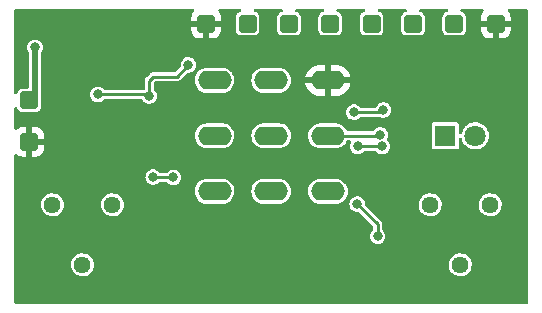
<source format=gbr>
%TF.GenerationSoftware,KiCad,Pcbnew,(6.0.7)*%
%TF.CreationDate,2022-11-14T21:42:39-08:00*%
%TF.ProjectId,3PDT_Regulator,33504454-5f52-4656-9775-6c61746f722e,rev?*%
%TF.SameCoordinates,Original*%
%TF.FileFunction,Copper,L2,Bot*%
%TF.FilePolarity,Positive*%
%FSLAX46Y46*%
G04 Gerber Fmt 4.6, Leading zero omitted, Abs format (unit mm)*
G04 Created by KiCad (PCBNEW (6.0.7)) date 2022-11-14 21:42:39*
%MOMM*%
%LPD*%
G01*
G04 APERTURE LIST*
G04 Aperture macros list*
%AMRoundRect*
0 Rectangle with rounded corners*
0 $1 Rounding radius*
0 $2 $3 $4 $5 $6 $7 $8 $9 X,Y pos of 4 corners*
0 Add a 4 corners polygon primitive as box body*
4,1,4,$2,$3,$4,$5,$6,$7,$8,$9,$2,$3,0*
0 Add four circle primitives for the rounded corners*
1,1,$1+$1,$2,$3*
1,1,$1+$1,$4,$5*
1,1,$1+$1,$6,$7*
1,1,$1+$1,$8,$9*
0 Add four rect primitives between the rounded corners*
20,1,$1+$1,$2,$3,$4,$5,0*
20,1,$1+$1,$4,$5,$6,$7,0*
20,1,$1+$1,$6,$7,$8,$9,0*
20,1,$1+$1,$8,$9,$2,$3,0*%
G04 Aperture macros list end*
%TA.AperFunction,ComponentPad*%
%ADD10C,1.440000*%
%TD*%
%TA.AperFunction,ComponentPad*%
%ADD11RoundRect,0.250000X-0.500000X-0.500000X0.500000X-0.500000X0.500000X0.500000X-0.500000X0.500000X0*%
%TD*%
%TA.AperFunction,ComponentPad*%
%ADD12RoundRect,0.250000X0.500000X0.500000X-0.500000X0.500000X-0.500000X-0.500000X0.500000X-0.500000X0*%
%TD*%
%TA.AperFunction,ComponentPad*%
%ADD13O,2.850000X1.600000*%
%TD*%
%TA.AperFunction,ComponentPad*%
%ADD14R,1.800000X1.800000*%
%TD*%
%TA.AperFunction,ComponentPad*%
%ADD15C,1.800000*%
%TD*%
%TA.AperFunction,ViaPad*%
%ADD16C,0.800000*%
%TD*%
%TA.AperFunction,Conductor*%
%ADD17C,0.250000*%
%TD*%
%TA.AperFunction,Conductor*%
%ADD18C,0.500000*%
%TD*%
G04 APERTURE END LIST*
D10*
%TO.P,RV2,1,1*%
%TO.N,Net-(R5-Pad1)*%
X253460000Y-135845000D03*
%TO.P,RV2,2,2*%
%TO.N,/ADJ_NEG*%
X256000000Y-140925000D03*
%TO.P,RV2,3,3*%
X258540000Y-135845000D03*
%TD*%
%TO.P,RV1,1,1*%
%TO.N,Net-(R2-Pad1)*%
X221460000Y-135845000D03*
%TO.P,RV1,2,2*%
%TO.N,/ADJ_POS*%
X224000000Y-140925000D03*
%TO.P,RV1,3,3*%
X226540000Y-135845000D03*
%TD*%
D11*
%TO.P,P10,1,1*%
%TO.N,GND*%
X259000000Y-120500000D03*
%TD*%
%TO.P,P9,1,1*%
%TO.N,GND*%
X234500000Y-120500000D03*
%TD*%
D12*
%TO.P,P8,1,1*%
%TO.N,GND*%
X219500000Y-130500000D03*
%TD*%
D13*
%TO.P,SW1,1,A*%
%TO.N,unconnected-(SW1-Pad1)*%
X244800000Y-134700000D03*
%TO.P,SW1,2,B*%
%TO.N,/SW_LED*%
X244800000Y-130000000D03*
%TO.P,SW1,3,C*%
%TO.N,GND*%
X244800000Y-125300000D03*
%TO.P,SW1,4,A*%
%TO.N,/BYP*%
X240000000Y-134700000D03*
%TO.P,SW1,5,B*%
%TO.N,/OUT*%
X240000000Y-130000000D03*
%TO.P,SW1,6,C*%
%TO.N,/RETURN*%
X240000000Y-125300000D03*
%TO.P,SW1,7,A*%
%TO.N,/BYP*%
X235200000Y-134700000D03*
%TO.P,SW1,8,B*%
%TO.N,/IN*%
X235200000Y-130000000D03*
%TO.P,SW1,9,C*%
%TO.N,/SEND*%
X235200000Y-125300000D03*
%TD*%
D12*
%TO.P,P7,1,1*%
%TO.N,/VOUT_POS*%
X248500000Y-120500000D03*
%TD*%
D11*
%TO.P,P6,1,1*%
%TO.N,/VOUT_NEG*%
X252000000Y-120500000D03*
%TD*%
%TO.P,P5,1,1*%
%TO.N,/OUT*%
X255500000Y-120500000D03*
%TD*%
%TO.P,P4,1,1*%
%TO.N,/RETURN*%
X245000000Y-120500000D03*
%TD*%
%TO.P,P3,1,1*%
%TO.N,/SEND*%
X241500000Y-120500000D03*
%TD*%
%TO.P,P2,1,1*%
%TO.N,/IN*%
X238000000Y-120500000D03*
%TD*%
D12*
%TO.P,P1,1,1*%
%TO.N,+9V*%
X219500000Y-127000000D03*
%TD*%
D14*
%TO.P,D1,1,K*%
%TO.N,/SW_LED*%
X254725000Y-130000000D03*
D15*
%TO.P,D1,2,A*%
%TO.N,Net-(D1-Pad2)*%
X257265000Y-130000000D03*
%TD*%
D16*
%TO.N,/OUT*%
X249500000Y-127800000D03*
X247000000Y-128000000D03*
%TO.N,/SW_LED*%
X249224500Y-129916026D03*
%TO.N,/V_NEG*%
X231724500Y-133524952D03*
X247275500Y-135775500D03*
%TO.N,+9V*%
X249400000Y-130900000D03*
X247325500Y-130900000D03*
X232988676Y-123986725D03*
%TO.N,GND*%
X231000000Y-126000000D03*
%TO.N,+9V*%
X225325500Y-126500000D03*
%TO.N,/V_NEG*%
X230000000Y-133500000D03*
X249000000Y-138500000D03*
%TO.N,GND*%
X230000000Y-141000000D03*
X243500000Y-139500000D03*
X236500000Y-139500000D03*
%TO.N,+9V*%
X229673645Y-126612690D03*
%TO.N,GND*%
X221000000Y-125700000D03*
%TO.N,+9V*%
X220000000Y-122500000D03*
%TO.N,GND*%
X250500000Y-141000000D03*
%TD*%
D17*
%TO.N,+9V*%
X247325500Y-130900000D02*
X249400000Y-130900000D01*
%TO.N,/SW_LED*%
X249140526Y-130000000D02*
X244800000Y-130000000D01*
X249224500Y-129916026D02*
X249140526Y-130000000D01*
%TO.N,/OUT*%
X247000000Y-128000000D02*
X249500000Y-128000000D01*
%TO.N,+9V*%
X230000000Y-125000000D02*
X229673645Y-125326355D01*
X232988676Y-124011324D02*
X232000000Y-125000000D01*
X229673645Y-125326355D02*
X229673645Y-126612690D01*
X232988676Y-123986725D02*
X232988676Y-124011324D01*
X232000000Y-125000000D02*
X230000000Y-125000000D01*
X219500000Y-127500000D02*
X219000000Y-127000000D01*
D18*
X219000000Y-127000000D02*
X219500000Y-127000000D01*
D17*
X219275000Y-127275000D02*
X219500000Y-127500000D01*
D18*
X219500000Y-127000000D02*
X220000000Y-126500000D01*
X220000000Y-126500000D02*
X220000000Y-122500000D01*
D17*
%TO.N,/V_NEG*%
X231699548Y-133500000D02*
X230000000Y-133500000D01*
X231724500Y-133524952D02*
X231699548Y-133500000D01*
X247275500Y-135775500D02*
X249000000Y-137500000D01*
X249000000Y-137500000D02*
X249000000Y-138500000D01*
%TO.N,+9V*%
X229612690Y-126612690D02*
X229673645Y-126612690D01*
X229500000Y-126500000D02*
X229612690Y-126612690D01*
X225325500Y-126500000D02*
X229500000Y-126500000D01*
%TD*%
%TA.AperFunction,Conductor*%
%TO.N,GND*%
G36*
X233437429Y-119274502D02*
G01*
X233483922Y-119328158D01*
X233494026Y-119398432D01*
X233464532Y-119463012D01*
X233458481Y-119469518D01*
X233406261Y-119521829D01*
X233397249Y-119533240D01*
X233312184Y-119671243D01*
X233306037Y-119684424D01*
X233254862Y-119838710D01*
X233251995Y-119852086D01*
X233242328Y-119946438D01*
X233242000Y-119952855D01*
X233242000Y-120227885D01*
X233246475Y-120243124D01*
X233247865Y-120244329D01*
X233255548Y-120246000D01*
X235739884Y-120246000D01*
X235755123Y-120241525D01*
X235756328Y-120240135D01*
X235757999Y-120232452D01*
X235757999Y-119952905D01*
X235757662Y-119946386D01*
X235747743Y-119850794D01*
X235744851Y-119837400D01*
X235693412Y-119683216D01*
X235687239Y-119670038D01*
X235601937Y-119532193D01*
X235592901Y-119520792D01*
X235541693Y-119469673D01*
X235507614Y-119407390D01*
X235512617Y-119336570D01*
X235555114Y-119279698D01*
X235621613Y-119254829D01*
X235630711Y-119254500D01*
X237361968Y-119254500D01*
X237430089Y-119274502D01*
X237476582Y-119328158D01*
X237486686Y-119398432D01*
X237457192Y-119463012D01*
X237393006Y-119501935D01*
X237390552Y-119502202D01*
X237383159Y-119504974D01*
X237383157Y-119504974D01*
X237344954Y-119519296D01*
X237255236Y-119552929D01*
X237248057Y-119558309D01*
X237248054Y-119558311D01*
X237160023Y-119624287D01*
X237139596Y-119639596D01*
X237134215Y-119646776D01*
X237058311Y-119748054D01*
X237058309Y-119748057D01*
X237052929Y-119755236D01*
X237002202Y-119890552D01*
X236995500Y-119952244D01*
X236995500Y-121047756D01*
X237002202Y-121109448D01*
X237052929Y-121244764D01*
X237058309Y-121251943D01*
X237058311Y-121251946D01*
X237105999Y-121315576D01*
X237139596Y-121360404D01*
X237146776Y-121365785D01*
X237248054Y-121441689D01*
X237248057Y-121441691D01*
X237255236Y-121447071D01*
X237338196Y-121478171D01*
X237383157Y-121495026D01*
X237383159Y-121495026D01*
X237390552Y-121497798D01*
X237398402Y-121498651D01*
X237398403Y-121498651D01*
X237448847Y-121504131D01*
X237452244Y-121504500D01*
X238547756Y-121504500D01*
X238551153Y-121504131D01*
X238601597Y-121498651D01*
X238601598Y-121498651D01*
X238609448Y-121497798D01*
X238616841Y-121495026D01*
X238616843Y-121495026D01*
X238661804Y-121478171D01*
X238744764Y-121447071D01*
X238751943Y-121441691D01*
X238751946Y-121441689D01*
X238853224Y-121365785D01*
X238860404Y-121360404D01*
X238894001Y-121315576D01*
X238941689Y-121251946D01*
X238941691Y-121251943D01*
X238947071Y-121244764D01*
X238997798Y-121109448D01*
X239004500Y-121047756D01*
X239004500Y-119952244D01*
X238997798Y-119890552D01*
X238947071Y-119755236D01*
X238941691Y-119748057D01*
X238941689Y-119748054D01*
X238865785Y-119646776D01*
X238860404Y-119639596D01*
X238839977Y-119624287D01*
X238751946Y-119558311D01*
X238751943Y-119558309D01*
X238744764Y-119552929D01*
X238655046Y-119519296D01*
X238616843Y-119504974D01*
X238616841Y-119504974D01*
X238609448Y-119502202D01*
X238606851Y-119501920D01*
X238547239Y-119467865D01*
X238514419Y-119404909D01*
X238520845Y-119334204D01*
X238564478Y-119278198D01*
X238638032Y-119254500D01*
X240861968Y-119254500D01*
X240930089Y-119274502D01*
X240976582Y-119328158D01*
X240986686Y-119398432D01*
X240957192Y-119463012D01*
X240893006Y-119501935D01*
X240890552Y-119502202D01*
X240883159Y-119504974D01*
X240883157Y-119504974D01*
X240844954Y-119519296D01*
X240755236Y-119552929D01*
X240748057Y-119558309D01*
X240748054Y-119558311D01*
X240660023Y-119624287D01*
X240639596Y-119639596D01*
X240634215Y-119646776D01*
X240558311Y-119748054D01*
X240558309Y-119748057D01*
X240552929Y-119755236D01*
X240502202Y-119890552D01*
X240495500Y-119952244D01*
X240495500Y-121047756D01*
X240502202Y-121109448D01*
X240552929Y-121244764D01*
X240558309Y-121251943D01*
X240558311Y-121251946D01*
X240605999Y-121315576D01*
X240639596Y-121360404D01*
X240646776Y-121365785D01*
X240748054Y-121441689D01*
X240748057Y-121441691D01*
X240755236Y-121447071D01*
X240838196Y-121478171D01*
X240883157Y-121495026D01*
X240883159Y-121495026D01*
X240890552Y-121497798D01*
X240898402Y-121498651D01*
X240898403Y-121498651D01*
X240948847Y-121504131D01*
X240952244Y-121504500D01*
X242047756Y-121504500D01*
X242051153Y-121504131D01*
X242101597Y-121498651D01*
X242101598Y-121498651D01*
X242109448Y-121497798D01*
X242116841Y-121495026D01*
X242116843Y-121495026D01*
X242161804Y-121478171D01*
X242244764Y-121447071D01*
X242251943Y-121441691D01*
X242251946Y-121441689D01*
X242353224Y-121365785D01*
X242360404Y-121360404D01*
X242394001Y-121315576D01*
X242441689Y-121251946D01*
X242441691Y-121251943D01*
X242447071Y-121244764D01*
X242497798Y-121109448D01*
X242504500Y-121047756D01*
X242504500Y-119952244D01*
X242497798Y-119890552D01*
X242447071Y-119755236D01*
X242441691Y-119748057D01*
X242441689Y-119748054D01*
X242365785Y-119646776D01*
X242360404Y-119639596D01*
X242339977Y-119624287D01*
X242251946Y-119558311D01*
X242251943Y-119558309D01*
X242244764Y-119552929D01*
X242155046Y-119519296D01*
X242116843Y-119504974D01*
X242116841Y-119504974D01*
X242109448Y-119502202D01*
X242106851Y-119501920D01*
X242047239Y-119467865D01*
X242014419Y-119404909D01*
X242020845Y-119334204D01*
X242064478Y-119278198D01*
X242138032Y-119254500D01*
X244361968Y-119254500D01*
X244430089Y-119274502D01*
X244476582Y-119328158D01*
X244486686Y-119398432D01*
X244457192Y-119463012D01*
X244393006Y-119501935D01*
X244390552Y-119502202D01*
X244383159Y-119504974D01*
X244383157Y-119504974D01*
X244344954Y-119519296D01*
X244255236Y-119552929D01*
X244248057Y-119558309D01*
X244248054Y-119558311D01*
X244160023Y-119624287D01*
X244139596Y-119639596D01*
X244134215Y-119646776D01*
X244058311Y-119748054D01*
X244058309Y-119748057D01*
X244052929Y-119755236D01*
X244002202Y-119890552D01*
X243995500Y-119952244D01*
X243995500Y-121047756D01*
X244002202Y-121109448D01*
X244052929Y-121244764D01*
X244058309Y-121251943D01*
X244058311Y-121251946D01*
X244105999Y-121315576D01*
X244139596Y-121360404D01*
X244146776Y-121365785D01*
X244248054Y-121441689D01*
X244248057Y-121441691D01*
X244255236Y-121447071D01*
X244338196Y-121478171D01*
X244383157Y-121495026D01*
X244383159Y-121495026D01*
X244390552Y-121497798D01*
X244398402Y-121498651D01*
X244398403Y-121498651D01*
X244448847Y-121504131D01*
X244452244Y-121504500D01*
X245547756Y-121504500D01*
X245551153Y-121504131D01*
X245601597Y-121498651D01*
X245601598Y-121498651D01*
X245609448Y-121497798D01*
X245616841Y-121495026D01*
X245616843Y-121495026D01*
X245661804Y-121478171D01*
X245744764Y-121447071D01*
X245751943Y-121441691D01*
X245751946Y-121441689D01*
X245853224Y-121365785D01*
X245860404Y-121360404D01*
X245894001Y-121315576D01*
X245941689Y-121251946D01*
X245941691Y-121251943D01*
X245947071Y-121244764D01*
X245997798Y-121109448D01*
X246004500Y-121047756D01*
X246004500Y-119952244D01*
X245997798Y-119890552D01*
X245947071Y-119755236D01*
X245941691Y-119748057D01*
X245941689Y-119748054D01*
X245865785Y-119646776D01*
X245860404Y-119639596D01*
X245839977Y-119624287D01*
X245751946Y-119558311D01*
X245751943Y-119558309D01*
X245744764Y-119552929D01*
X245655046Y-119519296D01*
X245616843Y-119504974D01*
X245616841Y-119504974D01*
X245609448Y-119502202D01*
X245606851Y-119501920D01*
X245547239Y-119467865D01*
X245514419Y-119404909D01*
X245520845Y-119334204D01*
X245564478Y-119278198D01*
X245638032Y-119254500D01*
X247861968Y-119254500D01*
X247930089Y-119274502D01*
X247976582Y-119328158D01*
X247986686Y-119398432D01*
X247957192Y-119463012D01*
X247893006Y-119501935D01*
X247890552Y-119502202D01*
X247883159Y-119504974D01*
X247883157Y-119504974D01*
X247844954Y-119519296D01*
X247755236Y-119552929D01*
X247748057Y-119558309D01*
X247748054Y-119558311D01*
X247660023Y-119624287D01*
X247639596Y-119639596D01*
X247634215Y-119646776D01*
X247558311Y-119748054D01*
X247558309Y-119748057D01*
X247552929Y-119755236D01*
X247502202Y-119890552D01*
X247495500Y-119952244D01*
X247495500Y-121047756D01*
X247502202Y-121109448D01*
X247552929Y-121244764D01*
X247558309Y-121251943D01*
X247558311Y-121251946D01*
X247605999Y-121315576D01*
X247639596Y-121360404D01*
X247646776Y-121365785D01*
X247748054Y-121441689D01*
X247748057Y-121441691D01*
X247755236Y-121447071D01*
X247838196Y-121478171D01*
X247883157Y-121495026D01*
X247883159Y-121495026D01*
X247890552Y-121497798D01*
X247898402Y-121498651D01*
X247898403Y-121498651D01*
X247948847Y-121504131D01*
X247952244Y-121504500D01*
X249047756Y-121504500D01*
X249051153Y-121504131D01*
X249101597Y-121498651D01*
X249101598Y-121498651D01*
X249109448Y-121497798D01*
X249116841Y-121495026D01*
X249116843Y-121495026D01*
X249161804Y-121478171D01*
X249244764Y-121447071D01*
X249251943Y-121441691D01*
X249251946Y-121441689D01*
X249353224Y-121365785D01*
X249360404Y-121360404D01*
X249394001Y-121315576D01*
X249441689Y-121251946D01*
X249441691Y-121251943D01*
X249447071Y-121244764D01*
X249497798Y-121109448D01*
X249504500Y-121047756D01*
X249504500Y-119952244D01*
X249497798Y-119890552D01*
X249447071Y-119755236D01*
X249441691Y-119748057D01*
X249441689Y-119748054D01*
X249365785Y-119646776D01*
X249360404Y-119639596D01*
X249339977Y-119624287D01*
X249251946Y-119558311D01*
X249251943Y-119558309D01*
X249244764Y-119552929D01*
X249155046Y-119519296D01*
X249116843Y-119504974D01*
X249116841Y-119504974D01*
X249109448Y-119502202D01*
X249106851Y-119501920D01*
X249047239Y-119467865D01*
X249014419Y-119404909D01*
X249020845Y-119334204D01*
X249064478Y-119278198D01*
X249138032Y-119254500D01*
X251361968Y-119254500D01*
X251430089Y-119274502D01*
X251476582Y-119328158D01*
X251486686Y-119398432D01*
X251457192Y-119463012D01*
X251393006Y-119501935D01*
X251390552Y-119502202D01*
X251383159Y-119504974D01*
X251383157Y-119504974D01*
X251344954Y-119519296D01*
X251255236Y-119552929D01*
X251248057Y-119558309D01*
X251248054Y-119558311D01*
X251160023Y-119624287D01*
X251139596Y-119639596D01*
X251134215Y-119646776D01*
X251058311Y-119748054D01*
X251058309Y-119748057D01*
X251052929Y-119755236D01*
X251002202Y-119890552D01*
X250995500Y-119952244D01*
X250995500Y-121047756D01*
X251002202Y-121109448D01*
X251052929Y-121244764D01*
X251058309Y-121251943D01*
X251058311Y-121251946D01*
X251105999Y-121315576D01*
X251139596Y-121360404D01*
X251146776Y-121365785D01*
X251248054Y-121441689D01*
X251248057Y-121441691D01*
X251255236Y-121447071D01*
X251338196Y-121478171D01*
X251383157Y-121495026D01*
X251383159Y-121495026D01*
X251390552Y-121497798D01*
X251398402Y-121498651D01*
X251398403Y-121498651D01*
X251448847Y-121504131D01*
X251452244Y-121504500D01*
X252547756Y-121504500D01*
X252551153Y-121504131D01*
X252601597Y-121498651D01*
X252601598Y-121498651D01*
X252609448Y-121497798D01*
X252616841Y-121495026D01*
X252616843Y-121495026D01*
X252661804Y-121478171D01*
X252744764Y-121447071D01*
X252751943Y-121441691D01*
X252751946Y-121441689D01*
X252853224Y-121365785D01*
X252860404Y-121360404D01*
X252894001Y-121315576D01*
X252941689Y-121251946D01*
X252941691Y-121251943D01*
X252947071Y-121244764D01*
X252997798Y-121109448D01*
X253004500Y-121047756D01*
X253004500Y-119952244D01*
X252997798Y-119890552D01*
X252947071Y-119755236D01*
X252941691Y-119748057D01*
X252941689Y-119748054D01*
X252865785Y-119646776D01*
X252860404Y-119639596D01*
X252839977Y-119624287D01*
X252751946Y-119558311D01*
X252751943Y-119558309D01*
X252744764Y-119552929D01*
X252655046Y-119519296D01*
X252616843Y-119504974D01*
X252616841Y-119504974D01*
X252609448Y-119502202D01*
X252606851Y-119501920D01*
X252547239Y-119467865D01*
X252514419Y-119404909D01*
X252520845Y-119334204D01*
X252564478Y-119278198D01*
X252638032Y-119254500D01*
X254861968Y-119254500D01*
X254930089Y-119274502D01*
X254976582Y-119328158D01*
X254986686Y-119398432D01*
X254957192Y-119463012D01*
X254893006Y-119501935D01*
X254890552Y-119502202D01*
X254883159Y-119504974D01*
X254883157Y-119504974D01*
X254844954Y-119519296D01*
X254755236Y-119552929D01*
X254748057Y-119558309D01*
X254748054Y-119558311D01*
X254660023Y-119624287D01*
X254639596Y-119639596D01*
X254634215Y-119646776D01*
X254558311Y-119748054D01*
X254558309Y-119748057D01*
X254552929Y-119755236D01*
X254502202Y-119890552D01*
X254495500Y-119952244D01*
X254495500Y-121047756D01*
X254502202Y-121109448D01*
X254552929Y-121244764D01*
X254558309Y-121251943D01*
X254558311Y-121251946D01*
X254605999Y-121315576D01*
X254639596Y-121360404D01*
X254646776Y-121365785D01*
X254748054Y-121441689D01*
X254748057Y-121441691D01*
X254755236Y-121447071D01*
X254838196Y-121478171D01*
X254883157Y-121495026D01*
X254883159Y-121495026D01*
X254890552Y-121497798D01*
X254898402Y-121498651D01*
X254898403Y-121498651D01*
X254948847Y-121504131D01*
X254952244Y-121504500D01*
X256047756Y-121504500D01*
X256051153Y-121504131D01*
X256101597Y-121498651D01*
X256101598Y-121498651D01*
X256109448Y-121497798D01*
X256116841Y-121495026D01*
X256116843Y-121495026D01*
X256161804Y-121478171D01*
X256244764Y-121447071D01*
X256251943Y-121441691D01*
X256251946Y-121441689D01*
X256353224Y-121365785D01*
X256360404Y-121360404D01*
X256394001Y-121315576D01*
X256441689Y-121251946D01*
X256441691Y-121251943D01*
X256447071Y-121244764D01*
X256497798Y-121109448D01*
X256504500Y-121047756D01*
X256504500Y-121047095D01*
X257742001Y-121047095D01*
X257742338Y-121053614D01*
X257752257Y-121149206D01*
X257755149Y-121162600D01*
X257806588Y-121316784D01*
X257812761Y-121329962D01*
X257898063Y-121467807D01*
X257907099Y-121479208D01*
X258021829Y-121593739D01*
X258033240Y-121602751D01*
X258171243Y-121687816D01*
X258184424Y-121693963D01*
X258338710Y-121745138D01*
X258352086Y-121748005D01*
X258446438Y-121757672D01*
X258452854Y-121758000D01*
X258727885Y-121758000D01*
X258743124Y-121753525D01*
X258744329Y-121752135D01*
X258746000Y-121744452D01*
X258746000Y-121739884D01*
X259254000Y-121739884D01*
X259258475Y-121755123D01*
X259259865Y-121756328D01*
X259267548Y-121757999D01*
X259547095Y-121757999D01*
X259553614Y-121757662D01*
X259649206Y-121747743D01*
X259662600Y-121744851D01*
X259816784Y-121693412D01*
X259829962Y-121687239D01*
X259967807Y-121601937D01*
X259979208Y-121592901D01*
X260093739Y-121478171D01*
X260102751Y-121466760D01*
X260187816Y-121328757D01*
X260193963Y-121315576D01*
X260245138Y-121161290D01*
X260248005Y-121147914D01*
X260257672Y-121053562D01*
X260258000Y-121047146D01*
X260258000Y-120772115D01*
X260253525Y-120756876D01*
X260252135Y-120755671D01*
X260244452Y-120754000D01*
X259272115Y-120754000D01*
X259256876Y-120758475D01*
X259255671Y-120759865D01*
X259254000Y-120767548D01*
X259254000Y-121739884D01*
X258746000Y-121739884D01*
X258746000Y-120772115D01*
X258741525Y-120756876D01*
X258740135Y-120755671D01*
X258732452Y-120754000D01*
X257760116Y-120754000D01*
X257744877Y-120758475D01*
X257743672Y-120759865D01*
X257742001Y-120767548D01*
X257742001Y-121047095D01*
X256504500Y-121047095D01*
X256504500Y-119952244D01*
X256497798Y-119890552D01*
X256447071Y-119755236D01*
X256441691Y-119748057D01*
X256441689Y-119748054D01*
X256365785Y-119646776D01*
X256360404Y-119639596D01*
X256339977Y-119624287D01*
X256251946Y-119558311D01*
X256251943Y-119558309D01*
X256244764Y-119552929D01*
X256155046Y-119519296D01*
X256116843Y-119504974D01*
X256116841Y-119504974D01*
X256109448Y-119502202D01*
X256106851Y-119501920D01*
X256047239Y-119467865D01*
X256014419Y-119404909D01*
X256020845Y-119334204D01*
X256064478Y-119278198D01*
X256138032Y-119254500D01*
X257869308Y-119254500D01*
X257937429Y-119274502D01*
X257983922Y-119328158D01*
X257994026Y-119398432D01*
X257964532Y-119463012D01*
X257958481Y-119469518D01*
X257906261Y-119521829D01*
X257897249Y-119533240D01*
X257812184Y-119671243D01*
X257806037Y-119684424D01*
X257754862Y-119838710D01*
X257751995Y-119852086D01*
X257742328Y-119946438D01*
X257742000Y-119952855D01*
X257742000Y-120227885D01*
X257746475Y-120243124D01*
X257747865Y-120244329D01*
X257755548Y-120246000D01*
X260239884Y-120246000D01*
X260255123Y-120241525D01*
X260256328Y-120240135D01*
X260257999Y-120232452D01*
X260257999Y-119952905D01*
X260257662Y-119946386D01*
X260247743Y-119850794D01*
X260244851Y-119837400D01*
X260193412Y-119683216D01*
X260187239Y-119670038D01*
X260101937Y-119532193D01*
X260092901Y-119520792D01*
X260041693Y-119469673D01*
X260007614Y-119407390D01*
X260012617Y-119336570D01*
X260055114Y-119279698D01*
X260121613Y-119254829D01*
X260130711Y-119254500D01*
X261619500Y-119254500D01*
X261687621Y-119274502D01*
X261734114Y-119328158D01*
X261745500Y-119380500D01*
X261745500Y-144119500D01*
X261725498Y-144187621D01*
X261671842Y-144234114D01*
X261619500Y-144245500D01*
X218380500Y-144245500D01*
X218312379Y-144225498D01*
X218265886Y-144171842D01*
X218254500Y-144119500D01*
X218254500Y-140911328D01*
X223020880Y-140911328D01*
X223036872Y-141101767D01*
X223089549Y-141285473D01*
X223092367Y-141290955D01*
X223092368Y-141290959D01*
X223174085Y-141449963D01*
X223174088Y-141449967D01*
X223176905Y-141455449D01*
X223295612Y-141605220D01*
X223300306Y-141609215D01*
X223324086Y-141629453D01*
X223441149Y-141729082D01*
X223446527Y-141732088D01*
X223446529Y-141732089D01*
X223486733Y-141754558D01*
X223607972Y-141822316D01*
X223789728Y-141881372D01*
X223979493Y-141904000D01*
X223985628Y-141903528D01*
X223985630Y-141903528D01*
X224049393Y-141898622D01*
X224170039Y-141889339D01*
X224354108Y-141837945D01*
X224359612Y-141835165D01*
X224519189Y-141754558D01*
X224519191Y-141754557D01*
X224524690Y-141751779D01*
X224675286Y-141634120D01*
X224679312Y-141629456D01*
X224679315Y-141629453D01*
X224796134Y-141494116D01*
X224800161Y-141489451D01*
X224894557Y-141323283D01*
X224954881Y-141141944D01*
X224978833Y-140952341D01*
X224979215Y-140925000D01*
X224977874Y-140911328D01*
X255020880Y-140911328D01*
X255036872Y-141101767D01*
X255089549Y-141285473D01*
X255092367Y-141290955D01*
X255092368Y-141290959D01*
X255174085Y-141449963D01*
X255174088Y-141449967D01*
X255176905Y-141455449D01*
X255295612Y-141605220D01*
X255300306Y-141609215D01*
X255324086Y-141629453D01*
X255441149Y-141729082D01*
X255446527Y-141732088D01*
X255446529Y-141732089D01*
X255486733Y-141754558D01*
X255607972Y-141822316D01*
X255789728Y-141881372D01*
X255979493Y-141904000D01*
X255985628Y-141903528D01*
X255985630Y-141903528D01*
X256049393Y-141898622D01*
X256170039Y-141889339D01*
X256354108Y-141837945D01*
X256359612Y-141835165D01*
X256519189Y-141754558D01*
X256519191Y-141754557D01*
X256524690Y-141751779D01*
X256675286Y-141634120D01*
X256679312Y-141629456D01*
X256679315Y-141629453D01*
X256796134Y-141494116D01*
X256800161Y-141489451D01*
X256894557Y-141323283D01*
X256954881Y-141141944D01*
X256978833Y-140952341D01*
X256979215Y-140925000D01*
X256960566Y-140734803D01*
X256905329Y-140551850D01*
X256815609Y-140383111D01*
X256811719Y-140378341D01*
X256811716Y-140378337D01*
X256698717Y-140239787D01*
X256698714Y-140239784D01*
X256694822Y-140235012D01*
X256547570Y-140113194D01*
X256379461Y-140022298D01*
X256196899Y-139965785D01*
X256190781Y-139965142D01*
X256190776Y-139965141D01*
X256012965Y-139946453D01*
X256012963Y-139946453D01*
X256006836Y-139945809D01*
X255927644Y-139953016D01*
X255822652Y-139962571D01*
X255822649Y-139962572D01*
X255816513Y-139963130D01*
X255810607Y-139964868D01*
X255810603Y-139964869D01*
X255677352Y-140004088D01*
X255633180Y-140017088D01*
X255463818Y-140105628D01*
X255314879Y-140225378D01*
X255192036Y-140371776D01*
X255189068Y-140377174D01*
X255189065Y-140377179D01*
X255112584Y-140516300D01*
X255099969Y-140539246D01*
X255042183Y-140721410D01*
X255020880Y-140911328D01*
X224977874Y-140911328D01*
X224960566Y-140734803D01*
X224905329Y-140551850D01*
X224815609Y-140383111D01*
X224811719Y-140378341D01*
X224811716Y-140378337D01*
X224698717Y-140239787D01*
X224698714Y-140239784D01*
X224694822Y-140235012D01*
X224547570Y-140113194D01*
X224379461Y-140022298D01*
X224196899Y-139965785D01*
X224190781Y-139965142D01*
X224190776Y-139965141D01*
X224012965Y-139946453D01*
X224012963Y-139946453D01*
X224006836Y-139945809D01*
X223927644Y-139953016D01*
X223822652Y-139962571D01*
X223822649Y-139962572D01*
X223816513Y-139963130D01*
X223810607Y-139964868D01*
X223810603Y-139964869D01*
X223677352Y-140004088D01*
X223633180Y-140017088D01*
X223463818Y-140105628D01*
X223314879Y-140225378D01*
X223192036Y-140371776D01*
X223189068Y-140377174D01*
X223189065Y-140377179D01*
X223112584Y-140516300D01*
X223099969Y-140539246D01*
X223042183Y-140721410D01*
X223020880Y-140911328D01*
X218254500Y-140911328D01*
X218254500Y-135831328D01*
X220480880Y-135831328D01*
X220496872Y-136021767D01*
X220549549Y-136205473D01*
X220552367Y-136210955D01*
X220552368Y-136210959D01*
X220634085Y-136369963D01*
X220634088Y-136369967D01*
X220636905Y-136375449D01*
X220755612Y-136525220D01*
X220760306Y-136529215D01*
X220784086Y-136549453D01*
X220901149Y-136649082D01*
X220906527Y-136652088D01*
X220906529Y-136652089D01*
X220946733Y-136674558D01*
X221067972Y-136742316D01*
X221249728Y-136801372D01*
X221439493Y-136824000D01*
X221445628Y-136823528D01*
X221445630Y-136823528D01*
X221509393Y-136818622D01*
X221630039Y-136809339D01*
X221814108Y-136757945D01*
X221819612Y-136755165D01*
X221979189Y-136674558D01*
X221979191Y-136674557D01*
X221984690Y-136671779D01*
X222135286Y-136554120D01*
X222139312Y-136549456D01*
X222139315Y-136549453D01*
X222217000Y-136459454D01*
X222260161Y-136409451D01*
X222312940Y-136316542D01*
X222351514Y-136248640D01*
X222351515Y-136248639D01*
X222354557Y-136243283D01*
X222368956Y-136200000D01*
X222412934Y-136067796D01*
X222414881Y-136061944D01*
X222438833Y-135872341D01*
X222439215Y-135845000D01*
X222437874Y-135831328D01*
X225560880Y-135831328D01*
X225576872Y-136021767D01*
X225629549Y-136205473D01*
X225632367Y-136210955D01*
X225632368Y-136210959D01*
X225714085Y-136369963D01*
X225714088Y-136369967D01*
X225716905Y-136375449D01*
X225835612Y-136525220D01*
X225840306Y-136529215D01*
X225864086Y-136549453D01*
X225981149Y-136649082D01*
X225986527Y-136652088D01*
X225986529Y-136652089D01*
X226026733Y-136674558D01*
X226147972Y-136742316D01*
X226329728Y-136801372D01*
X226519493Y-136824000D01*
X226525628Y-136823528D01*
X226525630Y-136823528D01*
X226589393Y-136818622D01*
X226710039Y-136809339D01*
X226894108Y-136757945D01*
X226899612Y-136755165D01*
X227059189Y-136674558D01*
X227059191Y-136674557D01*
X227064690Y-136671779D01*
X227215286Y-136554120D01*
X227219312Y-136549456D01*
X227219315Y-136549453D01*
X227297000Y-136459454D01*
X227340161Y-136409451D01*
X227392940Y-136316542D01*
X227431514Y-136248640D01*
X227431515Y-136248639D01*
X227434557Y-136243283D01*
X227448956Y-136200000D01*
X227492934Y-136067796D01*
X227494881Y-136061944D01*
X227518833Y-135872341D01*
X227519215Y-135845000D01*
X227511724Y-135768596D01*
X246616229Y-135768596D01*
X246618516Y-135789307D01*
X246629018Y-135884430D01*
X246633613Y-135926053D01*
X246688053Y-136074819D01*
X246776408Y-136206305D01*
X246782027Y-136211418D01*
X246782028Y-136211419D01*
X246822934Y-136248640D01*
X246893576Y-136312919D01*
X247032793Y-136388508D01*
X247186022Y-136428707D01*
X247282638Y-136430225D01*
X247344272Y-136431193D01*
X247412070Y-136452262D01*
X247431388Y-136468082D01*
X248583595Y-137620289D01*
X248617621Y-137682601D01*
X248620500Y-137709384D01*
X248620500Y-137905187D01*
X248600498Y-137973308D01*
X248577330Y-138000135D01*
X248510039Y-138058838D01*
X248418950Y-138188444D01*
X248361406Y-138336037D01*
X248340729Y-138493096D01*
X248358113Y-138650553D01*
X248412553Y-138799319D01*
X248500908Y-138930805D01*
X248506527Y-138935918D01*
X248506528Y-138935919D01*
X248517903Y-138946269D01*
X248618076Y-139037419D01*
X248757293Y-139113008D01*
X248910522Y-139153207D01*
X248994477Y-139154526D01*
X249061319Y-139155576D01*
X249061322Y-139155576D01*
X249068916Y-139155695D01*
X249223332Y-139120329D01*
X249293742Y-139084917D01*
X249358072Y-139052563D01*
X249358075Y-139052561D01*
X249364855Y-139049151D01*
X249370626Y-139044222D01*
X249370629Y-139044220D01*
X249479536Y-138951204D01*
X249479536Y-138951203D01*
X249485314Y-138946269D01*
X249577755Y-138817624D01*
X249636842Y-138670641D01*
X249659162Y-138513807D01*
X249659307Y-138500000D01*
X249640276Y-138342733D01*
X249584280Y-138194546D01*
X249494553Y-138063992D01*
X249421681Y-137999065D01*
X249384126Y-137938816D01*
X249379500Y-137904989D01*
X249379500Y-137553920D01*
X249382049Y-137529973D01*
X249382128Y-137528307D01*
X249384320Y-137518124D01*
X249383096Y-137507782D01*
X249383096Y-137507779D01*
X249380374Y-137484787D01*
X249380023Y-137478846D01*
X249379928Y-137478854D01*
X249379500Y-137473674D01*
X249379500Y-137468476D01*
X249376329Y-137449424D01*
X249375492Y-137443547D01*
X249370693Y-137402997D01*
X249370692Y-137402995D01*
X249369469Y-137392659D01*
X249365508Y-137384410D01*
X249364004Y-137375374D01*
X249359056Y-137366203D01*
X249339652Y-137330240D01*
X249336957Y-137324951D01*
X249318212Y-137285915D01*
X249314780Y-137278768D01*
X249311186Y-137274492D01*
X249309246Y-137272552D01*
X249307493Y-137270641D01*
X249307444Y-137270551D01*
X249307567Y-137270439D01*
X249307095Y-137269904D01*
X249304010Y-137264186D01*
X249264413Y-137227583D01*
X249260848Y-137224154D01*
X247965643Y-135928949D01*
X247931617Y-135866637D01*
X247930331Y-135831328D01*
X252480880Y-135831328D01*
X252496872Y-136021767D01*
X252549549Y-136205473D01*
X252552367Y-136210955D01*
X252552368Y-136210959D01*
X252634085Y-136369963D01*
X252634088Y-136369967D01*
X252636905Y-136375449D01*
X252755612Y-136525220D01*
X252760306Y-136529215D01*
X252784086Y-136549453D01*
X252901149Y-136649082D01*
X252906527Y-136652088D01*
X252906529Y-136652089D01*
X252946733Y-136674558D01*
X253067972Y-136742316D01*
X253249728Y-136801372D01*
X253439493Y-136824000D01*
X253445628Y-136823528D01*
X253445630Y-136823528D01*
X253509393Y-136818622D01*
X253630039Y-136809339D01*
X253814108Y-136757945D01*
X253819612Y-136755165D01*
X253979189Y-136674558D01*
X253979191Y-136674557D01*
X253984690Y-136671779D01*
X254135286Y-136554120D01*
X254139312Y-136549456D01*
X254139315Y-136549453D01*
X254217000Y-136459454D01*
X254260161Y-136409451D01*
X254312940Y-136316542D01*
X254351514Y-136248640D01*
X254351515Y-136248639D01*
X254354557Y-136243283D01*
X254368956Y-136200000D01*
X254412934Y-136067796D01*
X254414881Y-136061944D01*
X254438833Y-135872341D01*
X254439215Y-135845000D01*
X254437874Y-135831328D01*
X257560880Y-135831328D01*
X257576872Y-136021767D01*
X257629549Y-136205473D01*
X257632367Y-136210955D01*
X257632368Y-136210959D01*
X257714085Y-136369963D01*
X257714088Y-136369967D01*
X257716905Y-136375449D01*
X257835612Y-136525220D01*
X257840306Y-136529215D01*
X257864086Y-136549453D01*
X257981149Y-136649082D01*
X257986527Y-136652088D01*
X257986529Y-136652089D01*
X258026733Y-136674558D01*
X258147972Y-136742316D01*
X258329728Y-136801372D01*
X258519493Y-136824000D01*
X258525628Y-136823528D01*
X258525630Y-136823528D01*
X258589393Y-136818622D01*
X258710039Y-136809339D01*
X258894108Y-136757945D01*
X258899612Y-136755165D01*
X259059189Y-136674558D01*
X259059191Y-136674557D01*
X259064690Y-136671779D01*
X259215286Y-136554120D01*
X259219312Y-136549456D01*
X259219315Y-136549453D01*
X259297000Y-136459454D01*
X259340161Y-136409451D01*
X259392940Y-136316542D01*
X259431514Y-136248640D01*
X259431515Y-136248639D01*
X259434557Y-136243283D01*
X259448956Y-136200000D01*
X259492934Y-136067796D01*
X259494881Y-136061944D01*
X259518833Y-135872341D01*
X259519215Y-135845000D01*
X259500566Y-135654803D01*
X259445329Y-135471850D01*
X259374953Y-135339492D01*
X259358503Y-135308553D01*
X259358501Y-135308550D01*
X259355609Y-135303111D01*
X259351719Y-135298341D01*
X259351716Y-135298337D01*
X259238717Y-135159787D01*
X259238714Y-135159784D01*
X259234822Y-135155012D01*
X259187704Y-135116032D01*
X259092319Y-135037123D01*
X259087570Y-135033194D01*
X258919461Y-134942298D01*
X258736899Y-134885785D01*
X258730781Y-134885142D01*
X258730776Y-134885141D01*
X258552965Y-134866453D01*
X258552963Y-134866453D01*
X258546836Y-134865809D01*
X258467644Y-134873016D01*
X258362652Y-134882571D01*
X258362649Y-134882572D01*
X258356513Y-134883130D01*
X258350607Y-134884868D01*
X258350603Y-134884869D01*
X258234814Y-134918948D01*
X258173180Y-134937088D01*
X258003818Y-135025628D01*
X257999018Y-135029488D01*
X257999017Y-135029488D01*
X257883540Y-135122334D01*
X257854879Y-135145378D01*
X257732036Y-135291776D01*
X257729068Y-135297174D01*
X257729065Y-135297179D01*
X257705804Y-135339492D01*
X257639969Y-135459246D01*
X257582183Y-135641410D01*
X257560880Y-135831328D01*
X254437874Y-135831328D01*
X254420566Y-135654803D01*
X254365329Y-135471850D01*
X254294953Y-135339492D01*
X254278503Y-135308553D01*
X254278501Y-135308550D01*
X254275609Y-135303111D01*
X254271719Y-135298341D01*
X254271716Y-135298337D01*
X254158717Y-135159787D01*
X254158714Y-135159784D01*
X254154822Y-135155012D01*
X254107704Y-135116032D01*
X254012319Y-135037123D01*
X254007570Y-135033194D01*
X253839461Y-134942298D01*
X253656899Y-134885785D01*
X253650781Y-134885142D01*
X253650776Y-134885141D01*
X253472965Y-134866453D01*
X253472963Y-134866453D01*
X253466836Y-134865809D01*
X253387644Y-134873016D01*
X253282652Y-134882571D01*
X253282649Y-134882572D01*
X253276513Y-134883130D01*
X253270607Y-134884868D01*
X253270603Y-134884869D01*
X253154814Y-134918948D01*
X253093180Y-134937088D01*
X252923818Y-135025628D01*
X252919018Y-135029488D01*
X252919017Y-135029488D01*
X252803540Y-135122334D01*
X252774879Y-135145378D01*
X252652036Y-135291776D01*
X252649068Y-135297174D01*
X252649065Y-135297179D01*
X252625804Y-135339492D01*
X252559969Y-135459246D01*
X252502183Y-135641410D01*
X252480880Y-135831328D01*
X247930331Y-135831328D01*
X247929995Y-135822101D01*
X247934081Y-135793392D01*
X247934081Y-135793386D01*
X247934662Y-135789307D01*
X247934807Y-135775500D01*
X247915776Y-135618233D01*
X247859780Y-135470046D01*
X247770053Y-135339492D01*
X247651775Y-135234111D01*
X247644389Y-135230200D01*
X247518488Y-135163539D01*
X247518489Y-135163539D01*
X247511774Y-135159984D01*
X247358133Y-135121392D01*
X247350534Y-135121352D01*
X247350533Y-135121352D01*
X247284681Y-135121007D01*
X247199721Y-135120562D01*
X247192341Y-135122334D01*
X247192339Y-135122334D01*
X247053063Y-135155771D01*
X247053060Y-135155772D01*
X247045684Y-135157543D01*
X246904914Y-135230200D01*
X246785539Y-135334338D01*
X246694450Y-135463944D01*
X246665678Y-135537740D01*
X246648202Y-135582565D01*
X246636906Y-135611537D01*
X246635914Y-135619070D01*
X246635914Y-135619071D01*
X246618085Y-135754500D01*
X246616229Y-135768596D01*
X227511724Y-135768596D01*
X227500566Y-135654803D01*
X227445329Y-135471850D01*
X227374953Y-135339492D01*
X227358503Y-135308553D01*
X227358501Y-135308550D01*
X227355609Y-135303111D01*
X227351719Y-135298341D01*
X227351716Y-135298337D01*
X227238717Y-135159787D01*
X227238714Y-135159784D01*
X227234822Y-135155012D01*
X227187704Y-135116032D01*
X227092319Y-135037123D01*
X227087570Y-135033194D01*
X226919461Y-134942298D01*
X226736899Y-134885785D01*
X226730781Y-134885142D01*
X226730776Y-134885141D01*
X226552965Y-134866453D01*
X226552963Y-134866453D01*
X226546836Y-134865809D01*
X226467644Y-134873016D01*
X226362652Y-134882571D01*
X226362649Y-134882572D01*
X226356513Y-134883130D01*
X226350607Y-134884868D01*
X226350603Y-134884869D01*
X226234814Y-134918948D01*
X226173180Y-134937088D01*
X226003818Y-135025628D01*
X225999018Y-135029488D01*
X225999017Y-135029488D01*
X225883540Y-135122334D01*
X225854879Y-135145378D01*
X225732036Y-135291776D01*
X225729068Y-135297174D01*
X225729065Y-135297179D01*
X225705804Y-135339492D01*
X225639969Y-135459246D01*
X225582183Y-135641410D01*
X225560880Y-135831328D01*
X222437874Y-135831328D01*
X222420566Y-135654803D01*
X222365329Y-135471850D01*
X222294953Y-135339492D01*
X222278503Y-135308553D01*
X222278501Y-135308550D01*
X222275609Y-135303111D01*
X222271719Y-135298341D01*
X222271716Y-135298337D01*
X222158717Y-135159787D01*
X222158714Y-135159784D01*
X222154822Y-135155012D01*
X222107704Y-135116032D01*
X222012319Y-135037123D01*
X222007570Y-135033194D01*
X221839461Y-134942298D01*
X221656899Y-134885785D01*
X221650781Y-134885142D01*
X221650776Y-134885141D01*
X221472965Y-134866453D01*
X221472963Y-134866453D01*
X221466836Y-134865809D01*
X221387644Y-134873016D01*
X221282652Y-134882571D01*
X221282649Y-134882572D01*
X221276513Y-134883130D01*
X221270607Y-134884868D01*
X221270603Y-134884869D01*
X221154814Y-134918948D01*
X221093180Y-134937088D01*
X220923818Y-135025628D01*
X220919018Y-135029488D01*
X220919017Y-135029488D01*
X220803540Y-135122334D01*
X220774879Y-135145378D01*
X220652036Y-135291776D01*
X220649068Y-135297174D01*
X220649065Y-135297179D01*
X220625804Y-135339492D01*
X220559969Y-135459246D01*
X220502183Y-135641410D01*
X220480880Y-135831328D01*
X218254500Y-135831328D01*
X218254500Y-134692603D01*
X233515424Y-134692603D01*
X233534166Y-134898550D01*
X233592554Y-135096934D01*
X233595411Y-135102399D01*
X233685508Y-135274739D01*
X233685511Y-135274743D01*
X233688363Y-135280199D01*
X233692223Y-135284999D01*
X233692223Y-135285000D01*
X233697671Y-135291776D01*
X233817943Y-135441365D01*
X233976360Y-135574292D01*
X234157578Y-135673918D01*
X234354696Y-135736447D01*
X234360813Y-135737133D01*
X234360817Y-135737134D01*
X234436837Y-135745661D01*
X234515640Y-135754500D01*
X235877034Y-135754500D01*
X236030811Y-135739422D01*
X236228783Y-135679651D01*
X236342717Y-135619071D01*
X236405933Y-135585459D01*
X236405936Y-135585457D01*
X236411375Y-135582565D01*
X236416145Y-135578674D01*
X236416149Y-135578672D01*
X236566857Y-135455758D01*
X236566860Y-135455755D01*
X236571632Y-135451863D01*
X236584288Y-135436565D01*
X236699522Y-135297271D01*
X236699525Y-135297266D01*
X236703450Y-135292522D01*
X236706382Y-135287100D01*
X236798878Y-135116032D01*
X236798880Y-135116027D01*
X236801808Y-135110612D01*
X236862960Y-134913063D01*
X236884576Y-134707397D01*
X236883230Y-134692603D01*
X238315424Y-134692603D01*
X238334166Y-134898550D01*
X238392554Y-135096934D01*
X238395411Y-135102399D01*
X238485508Y-135274739D01*
X238485511Y-135274743D01*
X238488363Y-135280199D01*
X238492223Y-135284999D01*
X238492223Y-135285000D01*
X238497671Y-135291776D01*
X238617943Y-135441365D01*
X238776360Y-135574292D01*
X238957578Y-135673918D01*
X239154696Y-135736447D01*
X239160813Y-135737133D01*
X239160817Y-135737134D01*
X239236837Y-135745661D01*
X239315640Y-135754500D01*
X240677034Y-135754500D01*
X240830811Y-135739422D01*
X241028783Y-135679651D01*
X241142717Y-135619071D01*
X241205933Y-135585459D01*
X241205936Y-135585457D01*
X241211375Y-135582565D01*
X241216145Y-135578674D01*
X241216149Y-135578672D01*
X241366857Y-135455758D01*
X241366860Y-135455755D01*
X241371632Y-135451863D01*
X241384288Y-135436565D01*
X241499522Y-135297271D01*
X241499525Y-135297266D01*
X241503450Y-135292522D01*
X241506382Y-135287100D01*
X241598878Y-135116032D01*
X241598880Y-135116027D01*
X241601808Y-135110612D01*
X241662960Y-134913063D01*
X241684576Y-134707397D01*
X241683230Y-134692603D01*
X243115424Y-134692603D01*
X243134166Y-134898550D01*
X243192554Y-135096934D01*
X243195411Y-135102399D01*
X243285508Y-135274739D01*
X243285511Y-135274743D01*
X243288363Y-135280199D01*
X243292223Y-135284999D01*
X243292223Y-135285000D01*
X243297671Y-135291776D01*
X243417943Y-135441365D01*
X243576360Y-135574292D01*
X243757578Y-135673918D01*
X243954696Y-135736447D01*
X243960813Y-135737133D01*
X243960817Y-135737134D01*
X244036837Y-135745661D01*
X244115640Y-135754500D01*
X245477034Y-135754500D01*
X245630811Y-135739422D01*
X245828783Y-135679651D01*
X245942717Y-135619071D01*
X246005933Y-135585459D01*
X246005936Y-135585457D01*
X246011375Y-135582565D01*
X246016145Y-135578674D01*
X246016149Y-135578672D01*
X246166857Y-135455758D01*
X246166860Y-135455755D01*
X246171632Y-135451863D01*
X246184288Y-135436565D01*
X246299522Y-135297271D01*
X246299525Y-135297266D01*
X246303450Y-135292522D01*
X246306382Y-135287100D01*
X246398878Y-135116032D01*
X246398880Y-135116027D01*
X246401808Y-135110612D01*
X246462960Y-134913063D01*
X246484576Y-134707397D01*
X246465834Y-134501450D01*
X246407446Y-134303066D01*
X246343447Y-134180647D01*
X246314492Y-134125261D01*
X246314489Y-134125257D01*
X246311637Y-134119801D01*
X246306089Y-134112900D01*
X246250869Y-134044220D01*
X246182057Y-133958635D01*
X246023640Y-133825708D01*
X245842422Y-133726082D01*
X245645304Y-133663553D01*
X245639187Y-133662867D01*
X245639183Y-133662866D01*
X245563163Y-133654339D01*
X245484360Y-133645500D01*
X244122966Y-133645500D01*
X243969189Y-133660578D01*
X243771217Y-133720349D01*
X243679921Y-133768892D01*
X243594067Y-133814541D01*
X243594064Y-133814543D01*
X243588625Y-133817435D01*
X243583855Y-133821326D01*
X243583851Y-133821328D01*
X243433143Y-133944242D01*
X243433140Y-133944245D01*
X243428368Y-133948137D01*
X243424441Y-133952884D01*
X243424439Y-133952886D01*
X243300478Y-134102729D01*
X243300475Y-134102734D01*
X243296550Y-134107478D01*
X243293620Y-134112897D01*
X243293618Y-134112900D01*
X243201122Y-134283968D01*
X243201120Y-134283973D01*
X243198192Y-134289388D01*
X243137040Y-134486937D01*
X243115424Y-134692603D01*
X241683230Y-134692603D01*
X241665834Y-134501450D01*
X241607446Y-134303066D01*
X241543447Y-134180647D01*
X241514492Y-134125261D01*
X241514489Y-134125257D01*
X241511637Y-134119801D01*
X241506089Y-134112900D01*
X241450869Y-134044220D01*
X241382057Y-133958635D01*
X241223640Y-133825708D01*
X241042422Y-133726082D01*
X240845304Y-133663553D01*
X240839187Y-133662867D01*
X240839183Y-133662866D01*
X240763163Y-133654339D01*
X240684360Y-133645500D01*
X239322966Y-133645500D01*
X239169189Y-133660578D01*
X238971217Y-133720349D01*
X238879921Y-133768892D01*
X238794067Y-133814541D01*
X238794064Y-133814543D01*
X238788625Y-133817435D01*
X238783855Y-133821326D01*
X238783851Y-133821328D01*
X238633143Y-133944242D01*
X238633140Y-133944245D01*
X238628368Y-133948137D01*
X238624441Y-133952884D01*
X238624439Y-133952886D01*
X238500478Y-134102729D01*
X238500475Y-134102734D01*
X238496550Y-134107478D01*
X238493620Y-134112897D01*
X238493618Y-134112900D01*
X238401122Y-134283968D01*
X238401120Y-134283973D01*
X238398192Y-134289388D01*
X238337040Y-134486937D01*
X238315424Y-134692603D01*
X236883230Y-134692603D01*
X236865834Y-134501450D01*
X236807446Y-134303066D01*
X236743447Y-134180647D01*
X236714492Y-134125261D01*
X236714489Y-134125257D01*
X236711637Y-134119801D01*
X236706089Y-134112900D01*
X236650869Y-134044220D01*
X236582057Y-133958635D01*
X236423640Y-133825708D01*
X236242422Y-133726082D01*
X236045304Y-133663553D01*
X236039187Y-133662867D01*
X236039183Y-133662866D01*
X235963163Y-133654339D01*
X235884360Y-133645500D01*
X234522966Y-133645500D01*
X234369189Y-133660578D01*
X234171217Y-133720349D01*
X234079921Y-133768892D01*
X233994067Y-133814541D01*
X233994064Y-133814543D01*
X233988625Y-133817435D01*
X233983855Y-133821326D01*
X233983851Y-133821328D01*
X233833143Y-133944242D01*
X233833140Y-133944245D01*
X233828368Y-133948137D01*
X233824441Y-133952884D01*
X233824439Y-133952886D01*
X233700478Y-134102729D01*
X233700475Y-134102734D01*
X233696550Y-134107478D01*
X233693620Y-134112897D01*
X233693618Y-134112900D01*
X233601122Y-134283968D01*
X233601120Y-134283973D01*
X233598192Y-134289388D01*
X233537040Y-134486937D01*
X233515424Y-134692603D01*
X218254500Y-134692603D01*
X218254500Y-133493096D01*
X229340729Y-133493096D01*
X229358113Y-133650553D01*
X229360723Y-133657684D01*
X229360723Y-133657686D01*
X229385071Y-133724219D01*
X229412553Y-133799319D01*
X229416789Y-133805622D01*
X229416789Y-133805623D01*
X229441621Y-133842576D01*
X229500908Y-133930805D01*
X229506527Y-133935918D01*
X229506528Y-133935919D01*
X229545325Y-133971221D01*
X229618076Y-134037419D01*
X229757293Y-134113008D01*
X229910522Y-134153207D01*
X229994477Y-134154526D01*
X230061319Y-134155576D01*
X230061322Y-134155576D01*
X230068916Y-134155695D01*
X230223332Y-134120329D01*
X230315243Y-134074103D01*
X230358072Y-134052563D01*
X230358075Y-134052561D01*
X230364855Y-134049151D01*
X230370626Y-134044222D01*
X230370629Y-134044220D01*
X230479542Y-133951199D01*
X230479543Y-133951198D01*
X230485314Y-133946269D01*
X230495586Y-133931974D01*
X230551581Y-133888326D01*
X230597909Y-133879500D01*
X231107029Y-133879500D01*
X231175150Y-133899502D01*
X231211609Y-133935222D01*
X231225408Y-133955757D01*
X231231026Y-133960869D01*
X231319136Y-134041042D01*
X231342576Y-134062371D01*
X231481793Y-134137960D01*
X231635022Y-134178159D01*
X231718977Y-134179478D01*
X231785819Y-134180528D01*
X231785822Y-134180528D01*
X231793416Y-134180647D01*
X231947832Y-134145281D01*
X232032438Y-134102729D01*
X232082572Y-134077515D01*
X232082575Y-134077513D01*
X232089355Y-134074103D01*
X232095126Y-134069174D01*
X232095129Y-134069172D01*
X232204036Y-133976156D01*
X232204036Y-133976155D01*
X232209814Y-133971221D01*
X232302255Y-133842576D01*
X232361342Y-133695593D01*
X232383662Y-133538759D01*
X232383807Y-133524952D01*
X232364776Y-133367685D01*
X232308780Y-133219498D01*
X232219053Y-133088944D01*
X232207676Y-133078807D01*
X232106446Y-132988616D01*
X232100775Y-132983563D01*
X232093389Y-132979652D01*
X231967488Y-132912991D01*
X231967489Y-132912991D01*
X231960774Y-132909436D01*
X231807133Y-132870844D01*
X231799534Y-132870804D01*
X231799533Y-132870804D01*
X231733681Y-132870459D01*
X231648721Y-132870014D01*
X231641341Y-132871786D01*
X231641339Y-132871786D01*
X231502063Y-132905223D01*
X231502060Y-132905224D01*
X231494684Y-132906995D01*
X231353914Y-132979652D01*
X231348195Y-132984641D01*
X231244776Y-133074860D01*
X231240247Y-133078810D01*
X231240246Y-133078811D01*
X231234539Y-133083790D01*
X231233709Y-133082839D01*
X231179809Y-133116049D01*
X231146614Y-133120500D01*
X230599682Y-133120500D01*
X230531561Y-133100498D01*
X230505114Y-133074860D01*
X230503878Y-133075949D01*
X230498855Y-133070251D01*
X230494553Y-133063992D01*
X230376275Y-132958611D01*
X230368889Y-132954700D01*
X230242988Y-132888039D01*
X230242989Y-132888039D01*
X230236274Y-132884484D01*
X230082633Y-132845892D01*
X230075034Y-132845852D01*
X230075033Y-132845852D01*
X230009181Y-132845507D01*
X229924221Y-132845062D01*
X229916841Y-132846834D01*
X229916839Y-132846834D01*
X229777563Y-132880271D01*
X229777560Y-132880272D01*
X229770184Y-132882043D01*
X229629414Y-132954700D01*
X229510039Y-133058838D01*
X229418950Y-133188444D01*
X229361406Y-133336037D01*
X229360414Y-133343570D01*
X229360414Y-133343571D01*
X229357240Y-133367685D01*
X229340729Y-133493096D01*
X218254500Y-133493096D01*
X218254500Y-131630692D01*
X218274502Y-131562571D01*
X218328158Y-131516078D01*
X218398432Y-131505974D01*
X218463012Y-131535468D01*
X218469518Y-131541519D01*
X218521829Y-131593739D01*
X218533240Y-131602751D01*
X218671243Y-131687816D01*
X218684424Y-131693963D01*
X218838710Y-131745138D01*
X218852086Y-131748005D01*
X218946438Y-131757672D01*
X218952854Y-131758000D01*
X219227885Y-131758000D01*
X219243124Y-131753525D01*
X219244329Y-131752135D01*
X219246000Y-131744452D01*
X219246000Y-131739884D01*
X219754000Y-131739884D01*
X219758475Y-131755123D01*
X219759865Y-131756328D01*
X219767548Y-131757999D01*
X220047095Y-131757999D01*
X220053614Y-131757662D01*
X220149206Y-131747743D01*
X220162600Y-131744851D01*
X220316784Y-131693412D01*
X220329962Y-131687239D01*
X220467807Y-131601937D01*
X220479208Y-131592901D01*
X220593739Y-131478171D01*
X220602751Y-131466760D01*
X220687816Y-131328757D01*
X220693963Y-131315576D01*
X220745138Y-131161290D01*
X220748005Y-131147914D01*
X220757672Y-131053562D01*
X220758000Y-131047146D01*
X220758000Y-130772115D01*
X220753525Y-130756876D01*
X220752135Y-130755671D01*
X220744452Y-130754000D01*
X219772115Y-130754000D01*
X219756876Y-130758475D01*
X219755671Y-130759865D01*
X219754000Y-130767548D01*
X219754000Y-131739884D01*
X219246000Y-131739884D01*
X219246000Y-130227885D01*
X219754000Y-130227885D01*
X219758475Y-130243124D01*
X219759865Y-130244329D01*
X219767548Y-130246000D01*
X220739884Y-130246000D01*
X220755123Y-130241525D01*
X220756328Y-130240135D01*
X220757999Y-130232452D01*
X220757999Y-129992603D01*
X233515424Y-129992603D01*
X233534166Y-130198550D01*
X233592554Y-130396934D01*
X233595411Y-130402399D01*
X233685508Y-130574739D01*
X233685511Y-130574743D01*
X233688363Y-130580199D01*
X233692223Y-130584999D01*
X233692223Y-130585000D01*
X233702089Y-130597271D01*
X233817943Y-130741365D01*
X233976360Y-130874292D01*
X234157578Y-130973918D01*
X234354696Y-131036447D01*
X234360813Y-131037133D01*
X234360817Y-131037134D01*
X234436837Y-131045661D01*
X234515640Y-131054500D01*
X235877034Y-131054500D01*
X236030811Y-131039422D01*
X236228783Y-130979651D01*
X236320079Y-130931108D01*
X236405933Y-130885459D01*
X236405936Y-130885457D01*
X236411375Y-130882565D01*
X236416145Y-130878674D01*
X236416149Y-130878672D01*
X236566857Y-130755758D01*
X236566860Y-130755755D01*
X236571632Y-130751863D01*
X236584288Y-130736565D01*
X236699522Y-130597271D01*
X236699525Y-130597266D01*
X236703450Y-130592522D01*
X236707517Y-130585000D01*
X236798878Y-130416032D01*
X236798880Y-130416027D01*
X236801808Y-130410612D01*
X236862960Y-130213063D01*
X236866965Y-130174959D01*
X236883932Y-130013526D01*
X236883932Y-130013524D01*
X236884576Y-130007397D01*
X236883230Y-129992603D01*
X238315424Y-129992603D01*
X238334166Y-130198550D01*
X238392554Y-130396934D01*
X238395411Y-130402399D01*
X238485508Y-130574739D01*
X238485511Y-130574743D01*
X238488363Y-130580199D01*
X238492223Y-130584999D01*
X238492223Y-130585000D01*
X238502089Y-130597271D01*
X238617943Y-130741365D01*
X238776360Y-130874292D01*
X238957578Y-130973918D01*
X239154696Y-131036447D01*
X239160813Y-131037133D01*
X239160817Y-131037134D01*
X239236837Y-131045661D01*
X239315640Y-131054500D01*
X240677034Y-131054500D01*
X240830811Y-131039422D01*
X241028783Y-130979651D01*
X241120079Y-130931108D01*
X241205933Y-130885459D01*
X241205936Y-130885457D01*
X241211375Y-130882565D01*
X241216145Y-130878674D01*
X241216149Y-130878672D01*
X241366857Y-130755758D01*
X241366860Y-130755755D01*
X241371632Y-130751863D01*
X241384288Y-130736565D01*
X241499522Y-130597271D01*
X241499525Y-130597266D01*
X241503450Y-130592522D01*
X241507517Y-130585000D01*
X241598878Y-130416032D01*
X241598880Y-130416027D01*
X241601808Y-130410612D01*
X241662960Y-130213063D01*
X241666965Y-130174959D01*
X241683932Y-130013526D01*
X241683932Y-130013524D01*
X241684576Y-130007397D01*
X241683230Y-129992603D01*
X243115424Y-129992603D01*
X243134166Y-130198550D01*
X243192554Y-130396934D01*
X243195411Y-130402399D01*
X243285508Y-130574739D01*
X243285511Y-130574743D01*
X243288363Y-130580199D01*
X243292223Y-130584999D01*
X243292223Y-130585000D01*
X243302089Y-130597271D01*
X243417943Y-130741365D01*
X243576360Y-130874292D01*
X243757578Y-130973918D01*
X243954696Y-131036447D01*
X243960813Y-131037133D01*
X243960817Y-131037134D01*
X244036837Y-131045661D01*
X244115640Y-131054500D01*
X245477034Y-131054500D01*
X245630811Y-131039422D01*
X245828783Y-130979651D01*
X245920079Y-130931108D01*
X246005933Y-130885459D01*
X246005936Y-130885457D01*
X246011375Y-130882565D01*
X246016145Y-130878674D01*
X246016149Y-130878672D01*
X246166857Y-130755758D01*
X246166860Y-130755755D01*
X246171632Y-130751863D01*
X246184288Y-130736565D01*
X246299522Y-130597271D01*
X246299525Y-130597266D01*
X246303450Y-130592522D01*
X246307821Y-130584439D01*
X246369561Y-130470251D01*
X246382906Y-130445571D01*
X246432900Y-130395163D01*
X246493741Y-130379500D01*
X246648738Y-130379500D01*
X246716859Y-130399502D01*
X246763352Y-130453158D01*
X246773456Y-130523432D01*
X246751823Y-130577953D01*
X246748820Y-130582225D01*
X246748817Y-130582230D01*
X246744450Y-130588444D01*
X246686906Y-130736037D01*
X246685914Y-130743570D01*
X246685914Y-130743571D01*
X246668128Y-130878672D01*
X246666229Y-130893096D01*
X246669076Y-130918880D01*
X246682056Y-131036447D01*
X246683613Y-131050553D01*
X246686223Y-131057684D01*
X246686223Y-131057686D01*
X246724137Y-131161290D01*
X246738053Y-131199319D01*
X246742289Y-131205622D01*
X246742289Y-131205623D01*
X246816175Y-131315576D01*
X246826408Y-131330805D01*
X246832025Y-131335916D01*
X246832028Y-131335919D01*
X246843403Y-131346269D01*
X246943576Y-131437419D01*
X247082793Y-131513008D01*
X247236022Y-131553207D01*
X247319977Y-131554526D01*
X247386819Y-131555576D01*
X247386822Y-131555576D01*
X247394416Y-131555695D01*
X247548832Y-131520329D01*
X247632655Y-131478171D01*
X247683572Y-131452563D01*
X247683575Y-131452561D01*
X247690355Y-131449151D01*
X247696126Y-131444222D01*
X247696129Y-131444220D01*
X247805042Y-131351199D01*
X247805043Y-131351198D01*
X247810814Y-131346269D01*
X247821086Y-131331974D01*
X247877081Y-131288326D01*
X247923409Y-131279500D01*
X248800141Y-131279500D01*
X248868262Y-131299502D01*
X248895522Y-131323169D01*
X248896671Y-131324500D01*
X248900908Y-131330805D01*
X249018076Y-131437419D01*
X249157293Y-131513008D01*
X249310522Y-131553207D01*
X249394477Y-131554526D01*
X249461319Y-131555576D01*
X249461322Y-131555576D01*
X249468916Y-131555695D01*
X249623332Y-131520329D01*
X249707155Y-131478171D01*
X249758072Y-131452563D01*
X249758075Y-131452561D01*
X249764855Y-131449151D01*
X249770626Y-131444222D01*
X249770629Y-131444220D01*
X249879536Y-131351204D01*
X249879536Y-131351203D01*
X249885314Y-131346269D01*
X249977755Y-131217624D01*
X250036842Y-131070641D01*
X250053224Y-130955530D01*
X250058581Y-130917891D01*
X250058581Y-130917888D01*
X250059162Y-130913807D01*
X250059231Y-130907265D01*
X250059264Y-130904134D01*
X250059264Y-130904128D01*
X250059307Y-130900000D01*
X250040276Y-130742733D01*
X249984280Y-130594546D01*
X249933390Y-130520500D01*
X249898855Y-130470251D01*
X249898854Y-130470249D01*
X249894553Y-130463992D01*
X249888887Y-130458943D01*
X249888880Y-130458936D01*
X249821869Y-130399232D01*
X249784313Y-130338982D01*
X249785293Y-130267992D01*
X249795273Y-130244455D01*
X249797821Y-130239821D01*
X249802255Y-130233650D01*
X249805088Y-130226602D01*
X249805090Y-130226599D01*
X249844539Y-130128466D01*
X249861342Y-130086667D01*
X249877996Y-129969649D01*
X249883081Y-129933917D01*
X249883081Y-129933914D01*
X249883662Y-129929833D01*
X249883807Y-129916026D01*
X249864776Y-129758759D01*
X249808780Y-129610572D01*
X249747076Y-129520792D01*
X249723355Y-129486277D01*
X249723354Y-129486275D01*
X249719053Y-129480018D01*
X249600775Y-129374637D01*
X249593389Y-129370726D01*
X249472253Y-129306588D01*
X249460774Y-129300510D01*
X249307133Y-129261918D01*
X249299534Y-129261878D01*
X249299533Y-129261878D01*
X249233681Y-129261533D01*
X249148721Y-129261088D01*
X249141341Y-129262860D01*
X249141339Y-129262860D01*
X249002063Y-129296297D01*
X249002060Y-129296298D01*
X248994684Y-129298069D01*
X248853914Y-129370726D01*
X248734539Y-129474864D01*
X248680897Y-129551189D01*
X248669819Y-129566951D01*
X248614284Y-129611182D01*
X248566732Y-129620500D01*
X246492869Y-129620500D01*
X246424748Y-129600498D01*
X246381208Y-129552876D01*
X246314494Y-129425265D01*
X246314492Y-129425261D01*
X246311637Y-129419801D01*
X246306089Y-129412900D01*
X246214238Y-129298660D01*
X246182057Y-129258635D01*
X246023640Y-129125708D01*
X245931281Y-129074933D01*
X253570500Y-129074933D01*
X253570501Y-130925066D01*
X253575825Y-130951832D01*
X253581358Y-130979651D01*
X253585266Y-130999301D01*
X253592161Y-131009620D01*
X253592162Y-131009622D01*
X253621887Y-131054107D01*
X253641516Y-131083484D01*
X253725699Y-131139734D01*
X253799933Y-131154500D01*
X254724850Y-131154500D01*
X255650066Y-131154499D01*
X255685818Y-131147388D01*
X255712126Y-131142156D01*
X255712128Y-131142155D01*
X255724301Y-131139734D01*
X255734621Y-131132839D01*
X255734622Y-131132838D01*
X255798168Y-131090377D01*
X255808484Y-131083484D01*
X255864734Y-130999301D01*
X255879500Y-130925067D01*
X255879500Y-130243080D01*
X255899502Y-130174959D01*
X255953158Y-130128466D01*
X256023432Y-130118362D01*
X256088012Y-130147856D01*
X256127622Y-130212064D01*
X256172058Y-130387031D01*
X256260890Y-130579723D01*
X256383350Y-130753000D01*
X256535337Y-130901059D01*
X256540133Y-130904264D01*
X256540136Y-130904266D01*
X256639935Y-130970949D01*
X256711760Y-131018941D01*
X256717063Y-131021219D01*
X256717066Y-131021221D01*
X256805481Y-131059207D01*
X256906711Y-131102699D01*
X256982750Y-131119905D01*
X257108025Y-131148252D01*
X257108030Y-131148253D01*
X257113662Y-131149527D01*
X257119433Y-131149754D01*
X257119435Y-131149754D01*
X257184911Y-131152326D01*
X257325681Y-131157857D01*
X257433974Y-131142155D01*
X257529953Y-131128239D01*
X257529958Y-131128238D01*
X257535667Y-131127410D01*
X257541131Y-131125555D01*
X257541136Y-131125554D01*
X257682124Y-131077695D01*
X257736589Y-131059207D01*
X257744994Y-131054500D01*
X257916670Y-130958357D01*
X257916674Y-130958354D01*
X257921717Y-130955530D01*
X258084852Y-130819852D01*
X258220530Y-130656717D01*
X258223354Y-130651674D01*
X258223357Y-130651670D01*
X258321383Y-130476632D01*
X258321384Y-130476630D01*
X258324207Y-130471589D01*
X258362557Y-130358611D01*
X258390554Y-130276136D01*
X258390555Y-130276131D01*
X258392410Y-130270667D01*
X258396636Y-130241525D01*
X258413028Y-130128466D01*
X258422857Y-130060681D01*
X258424446Y-130000000D01*
X258406202Y-129801450D01*
X258405560Y-129794462D01*
X258405559Y-129794459D01*
X258405031Y-129788708D01*
X258399847Y-129770325D01*
X258349004Y-129590051D01*
X258349003Y-129590049D01*
X258347436Y-129584492D01*
X258302015Y-129492386D01*
X258256145Y-129399372D01*
X258253590Y-129394191D01*
X258233469Y-129367245D01*
X258130089Y-129228803D01*
X258130088Y-129228802D01*
X258126636Y-129224179D01*
X258102524Y-129201890D01*
X257975066Y-129084069D01*
X257975063Y-129084067D01*
X257970826Y-129080150D01*
X257791377Y-128966926D01*
X257594300Y-128888300D01*
X257588643Y-128887175D01*
X257588637Y-128887173D01*
X257391863Y-128848033D01*
X257391859Y-128848033D01*
X257386195Y-128846906D01*
X257380420Y-128846830D01*
X257380416Y-128846830D01*
X257273804Y-128845434D01*
X257174031Y-128844128D01*
X257168334Y-128845107D01*
X257168333Y-128845107D01*
X256970610Y-128879082D01*
X256964913Y-128880061D01*
X256765846Y-128953501D01*
X256760885Y-128956453D01*
X256760884Y-128956453D01*
X256588463Y-129059032D01*
X256588460Y-129059034D01*
X256583495Y-129061988D01*
X256579155Y-129065794D01*
X256579151Y-129065797D01*
X256506321Y-129129668D01*
X256423968Y-129201890D01*
X256420393Y-129206425D01*
X256420392Y-129206426D01*
X256375450Y-129263435D01*
X256292607Y-129368520D01*
X256193812Y-129556299D01*
X256130891Y-129758938D01*
X256130212Y-129764675D01*
X256129011Y-129770325D01*
X256126914Y-129769879D01*
X256102743Y-129826486D01*
X256043988Y-129866341D01*
X255973014Y-129868104D01*
X255912353Y-129831216D01*
X255881265Y-129767387D01*
X255879499Y-129746364D01*
X255879499Y-129074934D01*
X255869218Y-129023243D01*
X255867156Y-129012874D01*
X255867155Y-129012872D01*
X255864734Y-129000699D01*
X255842168Y-128966926D01*
X255815377Y-128926832D01*
X255808484Y-128916516D01*
X255724301Y-128860266D01*
X255650067Y-128845500D01*
X254725150Y-128845500D01*
X253799934Y-128845501D01*
X253764182Y-128852612D01*
X253737874Y-128857844D01*
X253737872Y-128857845D01*
X253725699Y-128860266D01*
X253715379Y-128867161D01*
X253715378Y-128867162D01*
X253680541Y-128890440D01*
X253641516Y-128916516D01*
X253585266Y-129000699D01*
X253570500Y-129074933D01*
X245931281Y-129074933D01*
X245842422Y-129026082D01*
X245645304Y-128963553D01*
X245639187Y-128962867D01*
X245639183Y-128962866D01*
X245563163Y-128954339D01*
X245484360Y-128945500D01*
X244122966Y-128945500D01*
X243969189Y-128960578D01*
X243771217Y-129020349D01*
X243698465Y-129059032D01*
X243594067Y-129114541D01*
X243594064Y-129114543D01*
X243588625Y-129117435D01*
X243583855Y-129121326D01*
X243583851Y-129121328D01*
X243433143Y-129244242D01*
X243433140Y-129244245D01*
X243428368Y-129248137D01*
X243424441Y-129252884D01*
X243424439Y-129252886D01*
X243300478Y-129402729D01*
X243300475Y-129402734D01*
X243296550Y-129407478D01*
X243293620Y-129412897D01*
X243293618Y-129412900D01*
X243201122Y-129583968D01*
X243201120Y-129583973D01*
X243198192Y-129589388D01*
X243137040Y-129786937D01*
X243136396Y-129793062D01*
X243136396Y-129793063D01*
X243117837Y-129969649D01*
X243115424Y-129992603D01*
X241683230Y-129992603D01*
X241665834Y-129801450D01*
X241607446Y-129603066D01*
X241595028Y-129579312D01*
X241514492Y-129425261D01*
X241514489Y-129425257D01*
X241511637Y-129419801D01*
X241506089Y-129412900D01*
X241414238Y-129298660D01*
X241382057Y-129258635D01*
X241223640Y-129125708D01*
X241042422Y-129026082D01*
X240845304Y-128963553D01*
X240839187Y-128962867D01*
X240839183Y-128962866D01*
X240763163Y-128954339D01*
X240684360Y-128945500D01*
X239322966Y-128945500D01*
X239169189Y-128960578D01*
X238971217Y-129020349D01*
X238898465Y-129059032D01*
X238794067Y-129114541D01*
X238794064Y-129114543D01*
X238788625Y-129117435D01*
X238783855Y-129121326D01*
X238783851Y-129121328D01*
X238633143Y-129244242D01*
X238633140Y-129244245D01*
X238628368Y-129248137D01*
X238624441Y-129252884D01*
X238624439Y-129252886D01*
X238500478Y-129402729D01*
X238500475Y-129402734D01*
X238496550Y-129407478D01*
X238493620Y-129412897D01*
X238493618Y-129412900D01*
X238401122Y-129583968D01*
X238401120Y-129583973D01*
X238398192Y-129589388D01*
X238337040Y-129786937D01*
X238336396Y-129793062D01*
X238336396Y-129793063D01*
X238317837Y-129969649D01*
X238315424Y-129992603D01*
X236883230Y-129992603D01*
X236865834Y-129801450D01*
X236807446Y-129603066D01*
X236795028Y-129579312D01*
X236714492Y-129425261D01*
X236714489Y-129425257D01*
X236711637Y-129419801D01*
X236706089Y-129412900D01*
X236614238Y-129298660D01*
X236582057Y-129258635D01*
X236423640Y-129125708D01*
X236242422Y-129026082D01*
X236045304Y-128963553D01*
X236039187Y-128962867D01*
X236039183Y-128962866D01*
X235963163Y-128954339D01*
X235884360Y-128945500D01*
X234522966Y-128945500D01*
X234369189Y-128960578D01*
X234171217Y-129020349D01*
X234098465Y-129059032D01*
X233994067Y-129114541D01*
X233994064Y-129114543D01*
X233988625Y-129117435D01*
X233983855Y-129121326D01*
X233983851Y-129121328D01*
X233833143Y-129244242D01*
X233833140Y-129244245D01*
X233828368Y-129248137D01*
X233824441Y-129252884D01*
X233824439Y-129252886D01*
X233700478Y-129402729D01*
X233700475Y-129402734D01*
X233696550Y-129407478D01*
X233693620Y-129412897D01*
X233693618Y-129412900D01*
X233601122Y-129583968D01*
X233601120Y-129583973D01*
X233598192Y-129589388D01*
X233537040Y-129786937D01*
X233536396Y-129793062D01*
X233536396Y-129793063D01*
X233517837Y-129969649D01*
X233515424Y-129992603D01*
X220757999Y-129992603D01*
X220757999Y-129952905D01*
X220757662Y-129946386D01*
X220747743Y-129850794D01*
X220744851Y-129837400D01*
X220693412Y-129683216D01*
X220687239Y-129670038D01*
X220601937Y-129532193D01*
X220592901Y-129520792D01*
X220478171Y-129406261D01*
X220466760Y-129397249D01*
X220328757Y-129312184D01*
X220315576Y-129306037D01*
X220161290Y-129254862D01*
X220147914Y-129251995D01*
X220053562Y-129242328D01*
X220047145Y-129242000D01*
X219772115Y-129242000D01*
X219756876Y-129246475D01*
X219755671Y-129247865D01*
X219754000Y-129255548D01*
X219754000Y-130227885D01*
X219246000Y-130227885D01*
X219246000Y-129260116D01*
X219241525Y-129244877D01*
X219240135Y-129243672D01*
X219232452Y-129242001D01*
X218952905Y-129242001D01*
X218946386Y-129242338D01*
X218850794Y-129252257D01*
X218837400Y-129255149D01*
X218683216Y-129306588D01*
X218670038Y-129312761D01*
X218532193Y-129398063D01*
X218520792Y-129407099D01*
X218469673Y-129458307D01*
X218407390Y-129492386D01*
X218336570Y-129487383D01*
X218279698Y-129444886D01*
X218254829Y-129378387D01*
X218254500Y-129369289D01*
X218254500Y-127638032D01*
X218274502Y-127569911D01*
X218328158Y-127523418D01*
X218398432Y-127513314D01*
X218463012Y-127542808D01*
X218501935Y-127606994D01*
X218502202Y-127609448D01*
X218504974Y-127616841D01*
X218504974Y-127616843D01*
X218514680Y-127642733D01*
X218552929Y-127744764D01*
X218558309Y-127751943D01*
X218558311Y-127751946D01*
X218607734Y-127817891D01*
X218639596Y-127860404D01*
X218646776Y-127865785D01*
X218748054Y-127941689D01*
X218748057Y-127941691D01*
X218755236Y-127947071D01*
X218818110Y-127970641D01*
X218883157Y-127995026D01*
X218883159Y-127995026D01*
X218890552Y-127997798D01*
X218898402Y-127998651D01*
X218898403Y-127998651D01*
X218948847Y-128004131D01*
X218952244Y-128004500D01*
X220047756Y-128004500D01*
X220051153Y-128004131D01*
X220101597Y-127998651D01*
X220101598Y-127998651D01*
X220109448Y-127997798D01*
X220116841Y-127995026D01*
X220116843Y-127995026D01*
X220121991Y-127993096D01*
X246340729Y-127993096D01*
X246358113Y-128150553D01*
X246360723Y-128157684D01*
X246360723Y-128157686D01*
X246394946Y-128251204D01*
X246412553Y-128299319D01*
X246416789Y-128305622D01*
X246416789Y-128305623D01*
X246448332Y-128352563D01*
X246500908Y-128430805D01*
X246506527Y-128435918D01*
X246506528Y-128435919D01*
X246525658Y-128453326D01*
X246618076Y-128537419D01*
X246757293Y-128613008D01*
X246910522Y-128653207D01*
X246994477Y-128654526D01*
X247061319Y-128655576D01*
X247061322Y-128655576D01*
X247068916Y-128655695D01*
X247223332Y-128620329D01*
X247293742Y-128584917D01*
X247358072Y-128552563D01*
X247358075Y-128552561D01*
X247364855Y-128549151D01*
X247370626Y-128544222D01*
X247370629Y-128544220D01*
X247479542Y-128451199D01*
X247479543Y-128451198D01*
X247485314Y-128446269D01*
X247495586Y-128431974D01*
X247551581Y-128388326D01*
X247597909Y-128379500D01*
X249163579Y-128379500D01*
X249223701Y-128394769D01*
X249257293Y-128413008D01*
X249410522Y-128453207D01*
X249494477Y-128454526D01*
X249561319Y-128455576D01*
X249561322Y-128455576D01*
X249568916Y-128455695D01*
X249723332Y-128420329D01*
X249804512Y-128379500D01*
X249858072Y-128352563D01*
X249858075Y-128352561D01*
X249864855Y-128349151D01*
X249870626Y-128344222D01*
X249870629Y-128344220D01*
X249979536Y-128251204D01*
X249979536Y-128251203D01*
X249985314Y-128246269D01*
X250077755Y-128117624D01*
X250136842Y-127970641D01*
X250151765Y-127865785D01*
X250158581Y-127817891D01*
X250158581Y-127817888D01*
X250159162Y-127813807D01*
X250159307Y-127800000D01*
X250140276Y-127642733D01*
X250084280Y-127494546D01*
X250075813Y-127482227D01*
X249998855Y-127370251D01*
X249998854Y-127370249D01*
X249994553Y-127363992D01*
X249876275Y-127258611D01*
X249868889Y-127254700D01*
X249742988Y-127188039D01*
X249742989Y-127188039D01*
X249736274Y-127184484D01*
X249582633Y-127145892D01*
X249575034Y-127145852D01*
X249575033Y-127145852D01*
X249509181Y-127145507D01*
X249424221Y-127145062D01*
X249416841Y-127146834D01*
X249416839Y-127146834D01*
X249277563Y-127180271D01*
X249277560Y-127180272D01*
X249270184Y-127182043D01*
X249129414Y-127254700D01*
X249010039Y-127358838D01*
X249005672Y-127365052D01*
X248936366Y-127463664D01*
X248918950Y-127488444D01*
X248916190Y-127495524D01*
X248898744Y-127540270D01*
X248855363Y-127596472D01*
X248781351Y-127620500D01*
X247599682Y-127620500D01*
X247531561Y-127600498D01*
X247505114Y-127574860D01*
X247503878Y-127575949D01*
X247498855Y-127570251D01*
X247494553Y-127563992D01*
X247376275Y-127458611D01*
X247368889Y-127454700D01*
X247242988Y-127388039D01*
X247242989Y-127388039D01*
X247236274Y-127384484D01*
X247082633Y-127345892D01*
X247075034Y-127345852D01*
X247075033Y-127345852D01*
X247009181Y-127345507D01*
X246924221Y-127345062D01*
X246916841Y-127346834D01*
X246916839Y-127346834D01*
X246777563Y-127380271D01*
X246777560Y-127380272D01*
X246770184Y-127382043D01*
X246629414Y-127454700D01*
X246510039Y-127558838D01*
X246418950Y-127688444D01*
X246361406Y-127836037D01*
X246360414Y-127843570D01*
X246360414Y-127843571D01*
X246342757Y-127977695D01*
X246340729Y-127993096D01*
X220121991Y-127993096D01*
X220181890Y-127970641D01*
X220244764Y-127947071D01*
X220251943Y-127941691D01*
X220251946Y-127941689D01*
X220353224Y-127865785D01*
X220360404Y-127860404D01*
X220392266Y-127817891D01*
X220441689Y-127751946D01*
X220441691Y-127751943D01*
X220447071Y-127744764D01*
X220485320Y-127642733D01*
X220495026Y-127616843D01*
X220495026Y-127616841D01*
X220497798Y-127609448D01*
X220504500Y-127547756D01*
X220504500Y-126523934D01*
X220504847Y-126514596D01*
X220506445Y-126493096D01*
X224666229Y-126493096D01*
X224674921Y-126571825D01*
X224680502Y-126622372D01*
X224683613Y-126650553D01*
X224686223Y-126657684D01*
X224686223Y-126657686D01*
X224734784Y-126790385D01*
X224738053Y-126799319D01*
X224742289Y-126805622D01*
X224742289Y-126805623D01*
X224821339Y-126923261D01*
X224826408Y-126930805D01*
X224832027Y-126935918D01*
X224832028Y-126935919D01*
X224843403Y-126946269D01*
X224943576Y-127037419D01*
X225082793Y-127113008D01*
X225236022Y-127153207D01*
X225319977Y-127154526D01*
X225386819Y-127155576D01*
X225386822Y-127155576D01*
X225394416Y-127155695D01*
X225548832Y-127120329D01*
X225647261Y-127070825D01*
X225683572Y-127052563D01*
X225683575Y-127052561D01*
X225690355Y-127049151D01*
X225696126Y-127044222D01*
X225696129Y-127044220D01*
X225805042Y-126951199D01*
X225805043Y-126951198D01*
X225810814Y-126946269D01*
X225821086Y-126931974D01*
X225877081Y-126888326D01*
X225923409Y-126879500D01*
X228997216Y-126879500D01*
X229065337Y-126899502D01*
X229101798Y-126935224D01*
X229174553Y-127043495D01*
X229180172Y-127048608D01*
X229180173Y-127048609D01*
X229250947Y-127113008D01*
X229291721Y-127150109D01*
X229430938Y-127225698D01*
X229584167Y-127265897D01*
X229668122Y-127267216D01*
X229734964Y-127268266D01*
X229734967Y-127268266D01*
X229742561Y-127268385D01*
X229896977Y-127233019D01*
X229986411Y-127188039D01*
X230031717Y-127165253D01*
X230031720Y-127165251D01*
X230038500Y-127161841D01*
X230044271Y-127156912D01*
X230044274Y-127156910D01*
X230153181Y-127063894D01*
X230153181Y-127063893D01*
X230158959Y-127058959D01*
X230251400Y-126930314D01*
X230310487Y-126783331D01*
X230328368Y-126657686D01*
X230332226Y-126630581D01*
X230332226Y-126630578D01*
X230332807Y-126626497D01*
X230332952Y-126612690D01*
X230332385Y-126608000D01*
X230323126Y-126531490D01*
X230313921Y-126455423D01*
X230257925Y-126307236D01*
X230251393Y-126297732D01*
X230172500Y-126182941D01*
X230172499Y-126182939D01*
X230168198Y-126176682D01*
X230095326Y-126111755D01*
X230057771Y-126051506D01*
X230053145Y-126017679D01*
X230053145Y-125535739D01*
X230073147Y-125467618D01*
X230090050Y-125446644D01*
X230120289Y-125416405D01*
X230182601Y-125382379D01*
X230209384Y-125379500D01*
X231946080Y-125379500D01*
X231970028Y-125382049D01*
X231971693Y-125382128D01*
X231981876Y-125384320D01*
X231992217Y-125383096D01*
X232015223Y-125380373D01*
X232021154Y-125380023D01*
X232021146Y-125379928D01*
X232026324Y-125379500D01*
X232031524Y-125379500D01*
X232036653Y-125378646D01*
X232036656Y-125378646D01*
X232050565Y-125376331D01*
X232056443Y-125375494D01*
X232097001Y-125370694D01*
X232097002Y-125370694D01*
X232107341Y-125369470D01*
X232115593Y-125365507D01*
X232124626Y-125364004D01*
X232133795Y-125359057D01*
X232133797Y-125359056D01*
X232169732Y-125339666D01*
X232175025Y-125336969D01*
X232214082Y-125318215D01*
X232214086Y-125318212D01*
X232221232Y-125314781D01*
X232225508Y-125311186D01*
X232227431Y-125309263D01*
X232229363Y-125307491D01*
X232229442Y-125307448D01*
X232229555Y-125307572D01*
X232230095Y-125307096D01*
X232235814Y-125304010D01*
X232246359Y-125292603D01*
X233515424Y-125292603D01*
X233534166Y-125498550D01*
X233592554Y-125696934D01*
X233595411Y-125702399D01*
X233685508Y-125874739D01*
X233685511Y-125874743D01*
X233688363Y-125880199D01*
X233692223Y-125884999D01*
X233692223Y-125885000D01*
X233694666Y-125888039D01*
X233817943Y-126041365D01*
X233976360Y-126174292D01*
X234157578Y-126273918D01*
X234354696Y-126336447D01*
X234360813Y-126337133D01*
X234360817Y-126337134D01*
X234436837Y-126345661D01*
X234515640Y-126354500D01*
X235877034Y-126354500D01*
X236030811Y-126339422D01*
X236228783Y-126279651D01*
X236387003Y-126195524D01*
X236405933Y-126185459D01*
X236405936Y-126185457D01*
X236411375Y-126182565D01*
X236416145Y-126178674D01*
X236416149Y-126178672D01*
X236566857Y-126055758D01*
X236566860Y-126055755D01*
X236571632Y-126051863D01*
X236584288Y-126036565D01*
X236699522Y-125897271D01*
X236699525Y-125897266D01*
X236703450Y-125892522D01*
X236707796Y-125884484D01*
X236798878Y-125716032D01*
X236798880Y-125716027D01*
X236801808Y-125710612D01*
X236862960Y-125513063D01*
X236866062Y-125483549D01*
X236883932Y-125313526D01*
X236883932Y-125313524D01*
X236884576Y-125307397D01*
X236883230Y-125292603D01*
X238315424Y-125292603D01*
X238334166Y-125498550D01*
X238392554Y-125696934D01*
X238395411Y-125702399D01*
X238485508Y-125874739D01*
X238485511Y-125874743D01*
X238488363Y-125880199D01*
X238492223Y-125884999D01*
X238492223Y-125885000D01*
X238494666Y-125888039D01*
X238617943Y-126041365D01*
X238776360Y-126174292D01*
X238957578Y-126273918D01*
X239154696Y-126336447D01*
X239160813Y-126337133D01*
X239160817Y-126337134D01*
X239236837Y-126345661D01*
X239315640Y-126354500D01*
X240677034Y-126354500D01*
X240830811Y-126339422D01*
X241028783Y-126279651D01*
X241187003Y-126195524D01*
X241205933Y-126185459D01*
X241205936Y-126185457D01*
X241211375Y-126182565D01*
X241216145Y-126178674D01*
X241216149Y-126178672D01*
X241366857Y-126055758D01*
X241366860Y-126055755D01*
X241371632Y-126051863D01*
X241384288Y-126036565D01*
X241499522Y-125897271D01*
X241499525Y-125897266D01*
X241503450Y-125892522D01*
X241507796Y-125884484D01*
X241598878Y-125716032D01*
X241598880Y-125716027D01*
X241601808Y-125710612D01*
X241646412Y-125566522D01*
X242892273Y-125566522D01*
X242939764Y-125743761D01*
X242943510Y-125754053D01*
X243035586Y-125951511D01*
X243041069Y-125961007D01*
X243166028Y-126139467D01*
X243173084Y-126147875D01*
X243327125Y-126301916D01*
X243335533Y-126308972D01*
X243513993Y-126433931D01*
X243523489Y-126439414D01*
X243720947Y-126531490D01*
X243731239Y-126535236D01*
X243941688Y-126591625D01*
X243952481Y-126593528D01*
X244115170Y-126607762D01*
X244120635Y-126608000D01*
X244527885Y-126608000D01*
X244543124Y-126603525D01*
X244544329Y-126602135D01*
X244546000Y-126594452D01*
X244546000Y-126589885D01*
X245054000Y-126589885D01*
X245058475Y-126605124D01*
X245059865Y-126606329D01*
X245067548Y-126608000D01*
X245479365Y-126608000D01*
X245484830Y-126607762D01*
X245647519Y-126593528D01*
X245658312Y-126591625D01*
X245868761Y-126535236D01*
X245879053Y-126531490D01*
X246076511Y-126439414D01*
X246086007Y-126433931D01*
X246264467Y-126308972D01*
X246272875Y-126301916D01*
X246426916Y-126147875D01*
X246433972Y-126139467D01*
X246558931Y-125961007D01*
X246564414Y-125951511D01*
X246656490Y-125754053D01*
X246660236Y-125743761D01*
X246706394Y-125571497D01*
X246706058Y-125557401D01*
X246698116Y-125554000D01*
X245072115Y-125554000D01*
X245056876Y-125558475D01*
X245055671Y-125559865D01*
X245054000Y-125567548D01*
X245054000Y-126589885D01*
X244546000Y-126589885D01*
X244546000Y-125572115D01*
X244541525Y-125556876D01*
X244540135Y-125555671D01*
X244532452Y-125554000D01*
X242907033Y-125554000D01*
X242893502Y-125557973D01*
X242892273Y-125566522D01*
X241646412Y-125566522D01*
X241662960Y-125513063D01*
X241666062Y-125483549D01*
X241683932Y-125313526D01*
X241683932Y-125313524D01*
X241684576Y-125307397D01*
X241665834Y-125101450D01*
X241644364Y-125028503D01*
X242893606Y-125028503D01*
X242893942Y-125042599D01*
X242901884Y-125046000D01*
X244527885Y-125046000D01*
X244543124Y-125041525D01*
X244544329Y-125040135D01*
X244546000Y-125032452D01*
X244546000Y-125027885D01*
X245054000Y-125027885D01*
X245058475Y-125043124D01*
X245059865Y-125044329D01*
X245067548Y-125046000D01*
X246692967Y-125046000D01*
X246706498Y-125042027D01*
X246707727Y-125033478D01*
X246660236Y-124856239D01*
X246656490Y-124845947D01*
X246564414Y-124648489D01*
X246558931Y-124638993D01*
X246433972Y-124460533D01*
X246426916Y-124452125D01*
X246272875Y-124298084D01*
X246264467Y-124291028D01*
X246086007Y-124166069D01*
X246076511Y-124160586D01*
X245879053Y-124068510D01*
X245868761Y-124064764D01*
X245658312Y-124008375D01*
X245647519Y-124006472D01*
X245484830Y-123992238D01*
X245479365Y-123992000D01*
X245072115Y-123992000D01*
X245056876Y-123996475D01*
X245055671Y-123997865D01*
X245054000Y-124005548D01*
X245054000Y-125027885D01*
X244546000Y-125027885D01*
X244546000Y-124010115D01*
X244541525Y-123994876D01*
X244540135Y-123993671D01*
X244532452Y-123992000D01*
X244120635Y-123992000D01*
X244115170Y-123992238D01*
X243952481Y-124006472D01*
X243941688Y-124008375D01*
X243731239Y-124064764D01*
X243720947Y-124068510D01*
X243523489Y-124160586D01*
X243513993Y-124166069D01*
X243335533Y-124291028D01*
X243327125Y-124298084D01*
X243173084Y-124452125D01*
X243166028Y-124460533D01*
X243041069Y-124638993D01*
X243035586Y-124648489D01*
X242943510Y-124845947D01*
X242939764Y-124856239D01*
X242893606Y-125028503D01*
X241644364Y-125028503D01*
X241607446Y-124903066D01*
X241597462Y-124883968D01*
X241514492Y-124725261D01*
X241514489Y-124725257D01*
X241511637Y-124719801D01*
X241506089Y-124712900D01*
X241446666Y-124638993D01*
X241382057Y-124558635D01*
X241223640Y-124425708D01*
X241042422Y-124326082D01*
X240845304Y-124263553D01*
X240839187Y-124262867D01*
X240839183Y-124262866D01*
X240763163Y-124254339D01*
X240684360Y-124245500D01*
X239322966Y-124245500D01*
X239169189Y-124260578D01*
X238971217Y-124320349D01*
X238879921Y-124368892D01*
X238794067Y-124414541D01*
X238794064Y-124414543D01*
X238788625Y-124417435D01*
X238783855Y-124421326D01*
X238783851Y-124421328D01*
X238633143Y-124544242D01*
X238633140Y-124544245D01*
X238628368Y-124548137D01*
X238624441Y-124552884D01*
X238624439Y-124552886D01*
X238500478Y-124702729D01*
X238500475Y-124702734D01*
X238496550Y-124707478D01*
X238493620Y-124712897D01*
X238493618Y-124712900D01*
X238401122Y-124883968D01*
X238401120Y-124883973D01*
X238398192Y-124889388D01*
X238337040Y-125086937D01*
X238336396Y-125093062D01*
X238336396Y-125093063D01*
X238317723Y-125270733D01*
X238315424Y-125292603D01*
X236883230Y-125292603D01*
X236865834Y-125101450D01*
X236807446Y-124903066D01*
X236797462Y-124883968D01*
X236714492Y-124725261D01*
X236714489Y-124725257D01*
X236711637Y-124719801D01*
X236706089Y-124712900D01*
X236646666Y-124638993D01*
X236582057Y-124558635D01*
X236423640Y-124425708D01*
X236242422Y-124326082D01*
X236045304Y-124263553D01*
X236039187Y-124262867D01*
X236039183Y-124262866D01*
X235963163Y-124254339D01*
X235884360Y-124245500D01*
X234522966Y-124245500D01*
X234369189Y-124260578D01*
X234171217Y-124320349D01*
X234079921Y-124368892D01*
X233994067Y-124414541D01*
X233994064Y-124414543D01*
X233988625Y-124417435D01*
X233983855Y-124421326D01*
X233983851Y-124421328D01*
X233833143Y-124544242D01*
X233833140Y-124544245D01*
X233828368Y-124548137D01*
X233824441Y-124552884D01*
X233824439Y-124552886D01*
X233700478Y-124702729D01*
X233700475Y-124702734D01*
X233696550Y-124707478D01*
X233693620Y-124712897D01*
X233693618Y-124712900D01*
X233601122Y-124883968D01*
X233601120Y-124883973D01*
X233598192Y-124889388D01*
X233537040Y-125086937D01*
X233536396Y-125093062D01*
X233536396Y-125093063D01*
X233517723Y-125270733D01*
X233515424Y-125292603D01*
X232246359Y-125292603D01*
X232272416Y-125264414D01*
X232275846Y-125260848D01*
X232859073Y-124677621D01*
X232921385Y-124643595D01*
X232950144Y-124640732D01*
X232996753Y-124641464D01*
X233049995Y-124642301D01*
X233049998Y-124642301D01*
X233057592Y-124642420D01*
X233212008Y-124607054D01*
X233298736Y-124563435D01*
X233346748Y-124539288D01*
X233346751Y-124539286D01*
X233353531Y-124535876D01*
X233359302Y-124530947D01*
X233359305Y-124530945D01*
X233468212Y-124437929D01*
X233468212Y-124437928D01*
X233473990Y-124432994D01*
X233566431Y-124304349D01*
X233625518Y-124157366D01*
X233647838Y-124000532D01*
X233647983Y-123986725D01*
X233628952Y-123829458D01*
X233572956Y-123681271D01*
X233483229Y-123550717D01*
X233364951Y-123445336D01*
X233357565Y-123441425D01*
X233231664Y-123374764D01*
X233231665Y-123374764D01*
X233224950Y-123371209D01*
X233071309Y-123332617D01*
X233063710Y-123332577D01*
X233063709Y-123332577D01*
X232997857Y-123332232D01*
X232912897Y-123331787D01*
X232905517Y-123333559D01*
X232905515Y-123333559D01*
X232766239Y-123366996D01*
X232766236Y-123366997D01*
X232758860Y-123368768D01*
X232618090Y-123441425D01*
X232498715Y-123545563D01*
X232407626Y-123675169D01*
X232350082Y-123822762D01*
X232329405Y-123979821D01*
X232332558Y-124008375D01*
X232338085Y-124058443D01*
X232325679Y-124128348D01*
X232301941Y-124161365D01*
X231879711Y-124583595D01*
X231817399Y-124617621D01*
X231790616Y-124620500D01*
X230053925Y-124620500D01*
X230029967Y-124617950D01*
X230028308Y-124617872D01*
X230018124Y-124615679D01*
X230007782Y-124616903D01*
X230007779Y-124616903D01*
X229984779Y-124619626D01*
X229978848Y-124619976D01*
X229978856Y-124620072D01*
X229973680Y-124620500D01*
X229968476Y-124620500D01*
X229949412Y-124623673D01*
X229943566Y-124624504D01*
X229932117Y-124625859D01*
X229892659Y-124630530D01*
X229884407Y-124634493D01*
X229875374Y-124635996D01*
X229866205Y-124640943D01*
X229866203Y-124640944D01*
X229830268Y-124660334D01*
X229824976Y-124663031D01*
X229778768Y-124685219D01*
X229774493Y-124688813D01*
X229772568Y-124690738D01*
X229770638Y-124692509D01*
X229770553Y-124692555D01*
X229770441Y-124692432D01*
X229769906Y-124692904D01*
X229764186Y-124695990D01*
X229757119Y-124703635D01*
X229727584Y-124735586D01*
X229724154Y-124739152D01*
X229443429Y-125019877D01*
X229424681Y-125035019D01*
X229423456Y-125036134D01*
X229414705Y-125041784D01*
X229408258Y-125049962D01*
X229408256Y-125049964D01*
X229393916Y-125068155D01*
X229389970Y-125072596D01*
X229390043Y-125072658D01*
X229386684Y-125076622D01*
X229383007Y-125080299D01*
X229371753Y-125096047D01*
X229368247Y-125100717D01*
X229336489Y-125141002D01*
X229333457Y-125149636D01*
X229328131Y-125157089D01*
X229325146Y-125167070D01*
X229313444Y-125206199D01*
X229311609Y-125211847D01*
X229294627Y-125260206D01*
X229294145Y-125265771D01*
X229294145Y-125268479D01*
X229294031Y-125271113D01*
X229294002Y-125271211D01*
X229293838Y-125271204D01*
X229293794Y-125271908D01*
X229291932Y-125278133D01*
X229292341Y-125288538D01*
X229294048Y-125331990D01*
X229294145Y-125336937D01*
X229294145Y-125994500D01*
X229274143Y-126062621D01*
X229220487Y-126109114D01*
X229168145Y-126120500D01*
X225925182Y-126120500D01*
X225857061Y-126100498D01*
X225830614Y-126074860D01*
X225829378Y-126075949D01*
X225824355Y-126070251D01*
X225820053Y-126063992D01*
X225701775Y-125958611D01*
X225694389Y-125954700D01*
X225568488Y-125888039D01*
X225568489Y-125888039D01*
X225561774Y-125884484D01*
X225408133Y-125845892D01*
X225400534Y-125845852D01*
X225400533Y-125845852D01*
X225334681Y-125845507D01*
X225249721Y-125845062D01*
X225242341Y-125846834D01*
X225242339Y-125846834D01*
X225103063Y-125880271D01*
X225103060Y-125880272D01*
X225095684Y-125882043D01*
X224954914Y-125954700D01*
X224835539Y-126058838D01*
X224744450Y-126188444D01*
X224741690Y-126195524D01*
X224695366Y-126314339D01*
X224686906Y-126336037D01*
X224685914Y-126343570D01*
X224685914Y-126343571D01*
X224668706Y-126474284D01*
X224666229Y-126493096D01*
X220506445Y-126493096D01*
X220507843Y-126474284D01*
X220507843Y-126474283D01*
X220508508Y-126465333D01*
X220506635Y-126456558D01*
X220506043Y-126447874D01*
X220504500Y-126433258D01*
X220504500Y-122960144D01*
X220528176Y-122886620D01*
X220577755Y-122817624D01*
X220636842Y-122670641D01*
X220659162Y-122513807D01*
X220659307Y-122500000D01*
X220640276Y-122342733D01*
X220584280Y-122194546D01*
X220494553Y-122063992D01*
X220376275Y-121958611D01*
X220368889Y-121954700D01*
X220242988Y-121888039D01*
X220242989Y-121888039D01*
X220236274Y-121884484D01*
X220082633Y-121845892D01*
X220075034Y-121845852D01*
X220075033Y-121845852D01*
X220009181Y-121845507D01*
X219924221Y-121845062D01*
X219916841Y-121846834D01*
X219916839Y-121846834D01*
X219777563Y-121880271D01*
X219777560Y-121880272D01*
X219770184Y-121882043D01*
X219629414Y-121954700D01*
X219510039Y-122058838D01*
X219418950Y-122188444D01*
X219361406Y-122336037D01*
X219340729Y-122493096D01*
X219358113Y-122650553D01*
X219412553Y-122799319D01*
X219416789Y-122805622D01*
X219416789Y-122805623D01*
X219474082Y-122890884D01*
X219495500Y-122961160D01*
X219495500Y-125869500D01*
X219475498Y-125937621D01*
X219421842Y-125984114D01*
X219369500Y-125995500D01*
X218952244Y-125995500D01*
X218948848Y-125995869D01*
X218948847Y-125995869D01*
X218898403Y-126001349D01*
X218898402Y-126001349D01*
X218890552Y-126002202D01*
X218883159Y-126004974D01*
X218883157Y-126004974D01*
X218849267Y-126017679D01*
X218755236Y-126052929D01*
X218748057Y-126058309D01*
X218748054Y-126058311D01*
X218680268Y-126109114D01*
X218639596Y-126139596D01*
X218634215Y-126146776D01*
X218558311Y-126248054D01*
X218558309Y-126248057D01*
X218552929Y-126255236D01*
X218522485Y-126336447D01*
X218512918Y-126361968D01*
X218502202Y-126390552D01*
X218501920Y-126393149D01*
X218467865Y-126452761D01*
X218404909Y-126485581D01*
X218334204Y-126479155D01*
X218278198Y-126435522D01*
X218254500Y-126361968D01*
X218254500Y-121047095D01*
X233242001Y-121047095D01*
X233242338Y-121053614D01*
X233252257Y-121149206D01*
X233255149Y-121162600D01*
X233306588Y-121316784D01*
X233312761Y-121329962D01*
X233398063Y-121467807D01*
X233407099Y-121479208D01*
X233521829Y-121593739D01*
X233533240Y-121602751D01*
X233671243Y-121687816D01*
X233684424Y-121693963D01*
X233838710Y-121745138D01*
X233852086Y-121748005D01*
X233946438Y-121757672D01*
X233952854Y-121758000D01*
X234227885Y-121758000D01*
X234243124Y-121753525D01*
X234244329Y-121752135D01*
X234246000Y-121744452D01*
X234246000Y-121739884D01*
X234754000Y-121739884D01*
X234758475Y-121755123D01*
X234759865Y-121756328D01*
X234767548Y-121757999D01*
X235047095Y-121757999D01*
X235053614Y-121757662D01*
X235149206Y-121747743D01*
X235162600Y-121744851D01*
X235316784Y-121693412D01*
X235329962Y-121687239D01*
X235467807Y-121601937D01*
X235479208Y-121592901D01*
X235593739Y-121478171D01*
X235602751Y-121466760D01*
X235687816Y-121328757D01*
X235693963Y-121315576D01*
X235745138Y-121161290D01*
X235748005Y-121147914D01*
X235757672Y-121053562D01*
X235758000Y-121047146D01*
X235758000Y-120772115D01*
X235753525Y-120756876D01*
X235752135Y-120755671D01*
X235744452Y-120754000D01*
X234772115Y-120754000D01*
X234756876Y-120758475D01*
X234755671Y-120759865D01*
X234754000Y-120767548D01*
X234754000Y-121739884D01*
X234246000Y-121739884D01*
X234246000Y-120772115D01*
X234241525Y-120756876D01*
X234240135Y-120755671D01*
X234232452Y-120754000D01*
X233260116Y-120754000D01*
X233244877Y-120758475D01*
X233243672Y-120759865D01*
X233242001Y-120767548D01*
X233242001Y-121047095D01*
X218254500Y-121047095D01*
X218254500Y-119380500D01*
X218274502Y-119312379D01*
X218328158Y-119265886D01*
X218380500Y-119254500D01*
X233369308Y-119254500D01*
X233437429Y-119274502D01*
G37*
%TD.AperFunction*%
%TD*%
M02*

</source>
